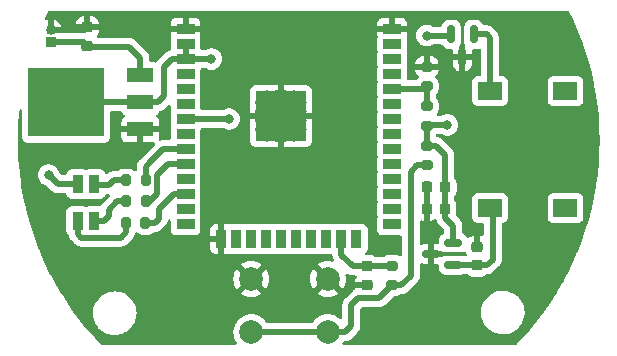
<source format=gbr>
%TF.GenerationSoftware,KiCad,Pcbnew,(6.0.10)*%
%TF.CreationDate,2023-02-02T13:59:13+08:00*%
%TF.ProjectId,AlarmTag,416c6172-6d54-4616-972e-6b696361645f,rev?*%
%TF.SameCoordinates,Original*%
%TF.FileFunction,Copper,L1,Top*%
%TF.FilePolarity,Positive*%
%FSLAX46Y46*%
G04 Gerber Fmt 4.6, Leading zero omitted, Abs format (unit mm)*
G04 Created by KiCad (PCBNEW (6.0.10)) date 2023-02-02 13:59:13*
%MOMM*%
%LPD*%
G01*
G04 APERTURE LIST*
G04 Aperture macros list*
%AMRoundRect*
0 Rectangle with rounded corners*
0 $1 Rounding radius*
0 $2 $3 $4 $5 $6 $7 $8 $9 X,Y pos of 4 corners*
0 Add a 4 corners polygon primitive as box body*
4,1,4,$2,$3,$4,$5,$6,$7,$8,$9,$2,$3,0*
0 Add four circle primitives for the rounded corners*
1,1,$1+$1,$2,$3*
1,1,$1+$1,$4,$5*
1,1,$1+$1,$6,$7*
1,1,$1+$1,$8,$9*
0 Add four rect primitives between the rounded corners*
20,1,$1+$1,$2,$3,$4,$5,0*
20,1,$1+$1,$4,$5,$6,$7,0*
20,1,$1+$1,$6,$7,$8,$9,0*
20,1,$1+$1,$8,$9,$2,$3,0*%
G04 Aperture macros list end*
%TA.AperFunction,SMDPad,CuDef*%
%ADD10RoundRect,0.225000X-0.225000X-0.250000X0.225000X-0.250000X0.225000X0.250000X-0.225000X0.250000X0*%
%TD*%
%TA.AperFunction,SMDPad,CuDef*%
%ADD11R,1.500000X0.900000*%
%TD*%
%TA.AperFunction,SMDPad,CuDef*%
%ADD12R,0.900000X1.500000*%
%TD*%
%TA.AperFunction,SMDPad,CuDef*%
%ADD13R,4.200000X4.200000*%
%TD*%
%TA.AperFunction,SMDPad,CuDef*%
%ADD14R,1.050000X1.050000*%
%TD*%
%TA.AperFunction,HeatsinkPad*%
%ADD15C,0.475000*%
%TD*%
%TA.AperFunction,SMDPad,CuDef*%
%ADD16RoundRect,0.200000X0.200000X0.275000X-0.200000X0.275000X-0.200000X-0.275000X0.200000X-0.275000X0*%
%TD*%
%TA.AperFunction,SMDPad,CuDef*%
%ADD17R,2.200000X1.200000*%
%TD*%
%TA.AperFunction,SMDPad,CuDef*%
%ADD18R,6.400000X5.800000*%
%TD*%
%TA.AperFunction,SMDPad,CuDef*%
%ADD19RoundRect,0.225000X0.250000X-0.225000X0.250000X0.225000X-0.250000X0.225000X-0.250000X-0.225000X0*%
%TD*%
%TA.AperFunction,SMDPad,CuDef*%
%ADD20RoundRect,0.150000X0.587500X0.150000X-0.587500X0.150000X-0.587500X-0.150000X0.587500X-0.150000X0*%
%TD*%
%TA.AperFunction,SMDPad,CuDef*%
%ADD21RoundRect,0.225000X0.225000X0.250000X-0.225000X0.250000X-0.225000X-0.250000X0.225000X-0.250000X0*%
%TD*%
%TA.AperFunction,SMDPad,CuDef*%
%ADD22RoundRect,0.150000X-0.150000X0.587500X-0.150000X-0.587500X0.150000X-0.587500X0.150000X0.587500X0*%
%TD*%
%TA.AperFunction,ComponentPad*%
%ADD23C,2.000000*%
%TD*%
%TA.AperFunction,ComponentPad*%
%ADD24R,0.850000X0.850000*%
%TD*%
%TA.AperFunction,ComponentPad*%
%ADD25O,0.850000X0.850000*%
%TD*%
%TA.AperFunction,SMDPad,CuDef*%
%ADD26R,2.000000X1.500000*%
%TD*%
%TA.AperFunction,SMDPad,CuDef*%
%ADD27RoundRect,0.200000X0.275000X-0.200000X0.275000X0.200000X-0.275000X0.200000X-0.275000X-0.200000X0*%
%TD*%
%TA.AperFunction,SMDPad,CuDef*%
%ADD28RoundRect,0.200000X-0.275000X0.200000X-0.275000X-0.200000X0.275000X-0.200000X0.275000X0.200000X0*%
%TD*%
%TA.AperFunction,SMDPad,CuDef*%
%ADD29RoundRect,0.225000X-0.250000X0.225000X-0.250000X-0.225000X0.250000X-0.225000X0.250000X0.225000X0*%
%TD*%
%TA.AperFunction,ViaPad*%
%ADD30C,0.800000*%
%TD*%
%TA.AperFunction,Conductor*%
%ADD31C,0.500000*%
%TD*%
%TA.AperFunction,Conductor*%
%ADD32C,0.250000*%
%TD*%
G04 APERTURE END LIST*
D10*
%TO.P,C2,1*%
%TO.N,GND*%
X132055716Y-123913388D03*
%TO.P,C2,2*%
%TO.N,Net-(C2-Pad2)*%
X133605716Y-123913388D03*
%TD*%
D11*
%TO.P,MCU1,1,GND*%
%TO.N,GND*%
X111640000Y-108680000D03*
%TO.P,MCU1,2,VDD*%
%TO.N,Net-(C2-Pad2)*%
X111640000Y-109950000D03*
%TO.P,MCU1,3,EN*%
X111640000Y-111220000D03*
%TO.P,MCU1,4,SENSOR_VP*%
%TO.N,unconnected-(MCU1-Pad4)*%
X111640000Y-112490000D03*
%TO.P,MCU1,5,SENSOR_VN*%
%TO.N,unconnected-(MCU1-Pad5)*%
X111640000Y-113760000D03*
%TO.P,MCU1,6,IO34*%
%TO.N,unconnected-(MCU1-Pad6)*%
X111640000Y-115030000D03*
%TO.P,MCU1,7,IO35*%
%TO.N,/Buzzer Enable*%
X111640000Y-116300000D03*
%TO.P,MCU1,8,IO32*%
%TO.N,unconnected-(MCU1-Pad8)*%
X111640000Y-117570000D03*
%TO.P,MCU1,9,IO33*%
%TO.N,Net-(MCU1-Pad9)*%
X111640000Y-118840000D03*
%TO.P,MCU1,10,IO25*%
%TO.N,Net-(MCU1-Pad10)*%
X111640000Y-120110000D03*
%TO.P,MCU1,11,IO26*%
%TO.N,unconnected-(MCU1-Pad11)*%
X111640000Y-121380000D03*
%TO.P,MCU1,12,IO27*%
%TO.N,Net-(MCU1-Pad12)*%
X111640000Y-122650000D03*
%TO.P,MCU1,13,IO14*%
%TO.N,unconnected-(MCU1-Pad13)*%
X111640000Y-123920000D03*
%TO.P,MCU1,14,IO12*%
%TO.N,unconnected-(MCU1-Pad14)*%
X111640000Y-125190000D03*
D12*
%TO.P,MCU1,15,GND*%
%TO.N,GND*%
X114680000Y-126440000D03*
%TO.P,MCU1,16,IO13*%
%TO.N,unconnected-(MCU1-Pad16)*%
X115950000Y-126440000D03*
%TO.P,MCU1,17,SHD/SD2*%
%TO.N,unconnected-(MCU1-Pad17)*%
X117220000Y-126440000D03*
%TO.P,MCU1,18,SWP/SD3*%
%TO.N,unconnected-(MCU1-Pad18)*%
X118490000Y-126440000D03*
%TO.P,MCU1,19,SCS/CMD*%
%TO.N,unconnected-(MCU1-Pad19)*%
X119760000Y-126440000D03*
%TO.P,MCU1,20,SCK/CLK*%
%TO.N,unconnected-(MCU1-Pad20)*%
X121030000Y-126440000D03*
%TO.P,MCU1,21,SDO/SD0*%
%TO.N,unconnected-(MCU1-Pad21)*%
X122300000Y-126440000D03*
%TO.P,MCU1,22,SDI/SD1*%
%TO.N,unconnected-(MCU1-Pad22)*%
X123570000Y-126440000D03*
%TO.P,MCU1,23,IO15*%
%TO.N,/Function Switch*%
X124840000Y-126440000D03*
%TO.P,MCU1,24,IO2*%
%TO.N,unconnected-(MCU1-Pad24)*%
X126110000Y-126440000D03*
D11*
%TO.P,MCU1,25,IO0*%
%TO.N,unconnected-(MCU1-Pad25)*%
X129140000Y-125190000D03*
%TO.P,MCU1,26,IO4*%
%TO.N,unconnected-(MCU1-Pad26)*%
X129140000Y-123920000D03*
%TO.P,MCU1,27,IO16*%
%TO.N,unconnected-(MCU1-Pad27)*%
X129140000Y-122650000D03*
%TO.P,MCU1,28,IO17*%
%TO.N,unconnected-(MCU1-Pad28)*%
X129140000Y-121380000D03*
%TO.P,MCU1,29,IO5*%
%TO.N,unconnected-(MCU1-Pad29)*%
X129140000Y-120110000D03*
%TO.P,MCU1,30,IO18*%
%TO.N,unconnected-(MCU1-Pad30)*%
X129140000Y-118840000D03*
%TO.P,MCU1,31,IO19*%
%TO.N,unconnected-(MCU1-Pad31)*%
X129140000Y-117570000D03*
%TO.P,MCU1,32,NC*%
%TO.N,unconnected-(MCU1-Pad32)*%
X129140000Y-116300000D03*
%TO.P,MCU1,33,IO21*%
%TO.N,unconnected-(MCU1-Pad33)*%
X129140000Y-115030000D03*
%TO.P,MCU1,34,RXD0/IO3*%
%TO.N,Net-(MCU1-Pad34)*%
X129140000Y-113760000D03*
%TO.P,MCU1,35,TXD0/IO1*%
%TO.N,unconnected-(MCU1-Pad35)*%
X129140000Y-112490000D03*
%TO.P,MCU1,36,IO22*%
%TO.N,unconnected-(MCU1-Pad36)*%
X129140000Y-111220000D03*
%TO.P,MCU1,37,IO23*%
%TO.N,unconnected-(MCU1-Pad37)*%
X129140000Y-109950000D03*
%TO.P,MCU1,38,GND*%
%TO.N,GND*%
X129140000Y-108680000D03*
D13*
%TO.P,MCU1,39,GND*%
X119710000Y-116020000D03*
D14*
X118185000Y-116020000D03*
X119710000Y-117545000D03*
D15*
X118185000Y-116782500D03*
X118947500Y-117545000D03*
X118947500Y-114495000D03*
D14*
X121235000Y-117545000D03*
D15*
X118947500Y-116020000D03*
D14*
X121235000Y-116020000D03*
D15*
X118185000Y-115257500D03*
X120472500Y-117545000D03*
X119710000Y-116782500D03*
X121235000Y-115257500D03*
D14*
X119710000Y-114495000D03*
D15*
X121235000Y-116782500D03*
X119710000Y-115257500D03*
D14*
X118185000Y-114495000D03*
D15*
X120472500Y-116020000D03*
D14*
X121235000Y-114495000D03*
X119710000Y-116020000D03*
X118185000Y-117545000D03*
D15*
X120472500Y-114495000D03*
%TD*%
D16*
%TO.P,R4,1*%
%TO.N,Net-(MCU1-Pad12)*%
X108247044Y-125111039D03*
%TO.P,R4,2*%
%TO.N,Net-(D1-Pad3)*%
X106597044Y-125111039D03*
%TD*%
D17*
%TO.P,LDO1,1,GND*%
%TO.N,GND*%
X107822258Y-117157956D03*
%TO.P,LDO1,2,Q*%
%TO.N,Net-(C2-Pad2)*%
X107822258Y-114877956D03*
D18*
X101522258Y-114877956D03*
D17*
%TO.P,LDO1,3,I*%
%TO.N,+3V3*%
X107822258Y-112597956D03*
%TD*%
D12*
%TO.P,D1,1,A*%
%TO.N,Net-(C2-Pad2)*%
X102513778Y-121815985D03*
%TO.P,D1,2,BK*%
%TO.N,Net-(D1-Pad2)*%
X103913778Y-121815985D03*
%TO.P,D1,3,GK*%
%TO.N,Net-(D1-Pad3)*%
X102513778Y-124915985D03*
%TO.P,D1,4,RK*%
%TO.N,Net-(D1-Pad4)*%
X103913778Y-124915985D03*
%TD*%
D19*
%TO.P,C5,1*%
%TO.N,GND*%
X127000000Y-130315000D03*
%TO.P,C5,2*%
%TO.N,/Function Switch*%
X127000000Y-128765000D03*
%TD*%
%TO.P,C4,1*%
%TO.N,Net-(Buzzer1-Pad1)*%
X136329747Y-128687069D03*
%TO.P,C4,2*%
%TO.N,GND*%
X136329747Y-127137069D03*
%TD*%
D20*
%TO.P,LDO2,1,VO*%
%TO.N,Net-(Buzzer1-Pad1)*%
X134316223Y-128665686D03*
%TO.P,LDO2,2,VI*%
%TO.N,Net-(C2-Pad2)*%
X134316223Y-126765686D03*
%TO.P,LDO2,3,GND*%
%TO.N,GND*%
X132441223Y-127715686D03*
%TD*%
D21*
%TO.P,C3,1*%
%TO.N,Net-(C2-Pad2)*%
X133631092Y-122055912D03*
%TO.P,C3,2*%
%TO.N,GND*%
X132081092Y-122055912D03*
%TD*%
D22*
%TO.P,Q1,1,D*%
%TO.N,Net-(Buzzer1-Pad2)*%
X136036862Y-109122820D03*
%TO.P,Q1,2,G*%
%TO.N,/Buzzer Enable*%
X134136862Y-109122820D03*
%TO.P,Q1,3,S*%
%TO.N,GND*%
X135086862Y-110997820D03*
%TD*%
D23*
%TO.P,SW1,1,1*%
%TO.N,Net-(R6-Pad1)*%
X123697167Y-134330000D03*
X117197167Y-134330000D03*
%TO.P,SW1,2,2*%
%TO.N,GND*%
X123697167Y-129830000D03*
X117197167Y-129830000D03*
%TD*%
D24*
%TO.P,J0,1,Pin_1*%
%TO.N,+3V3*%
X100240871Y-109763693D03*
D25*
%TO.P,J0,2,Pin_2*%
%TO.N,GND*%
X100240871Y-108763693D03*
%TD*%
D26*
%TO.P,Buzzer1,1,+*%
%TO.N,Net-(Buzzer1-Pad1)*%
X137406085Y-123831652D03*
%TO.P,Buzzer1,2,-*%
%TO.N,Net-(Buzzer1-Pad2)*%
X137406085Y-113931652D03*
%TO.P,Buzzer1,3,DUMMY_1*%
%TO.N,unconnected-(Buzzer1-Pad3)*%
X143806085Y-113931652D03*
%TO.P,Buzzer1,4,DUMMY_2*%
%TO.N,unconnected-(Buzzer1-Pad4)*%
X143806085Y-123831652D03*
%TD*%
D16*
%TO.P,R3,1*%
%TO.N,Net-(MCU1-Pad10)*%
X108260467Y-123272020D03*
%TO.P,R3,2*%
%TO.N,Net-(D1-Pad4)*%
X106610467Y-123272020D03*
%TD*%
%TO.P,R5,1*%
%TO.N,Net-(MCU1-Pad9)*%
X108253756Y-121486695D03*
%TO.P,R5,2*%
%TO.N,Net-(D1-Pad2)*%
X106603756Y-121486695D03*
%TD*%
D27*
%TO.P,R7,1*%
%TO.N,Net-(R6-Pad1)*%
X129127500Y-130365000D03*
%TO.P,R7,2*%
%TO.N,/Function Switch*%
X129127500Y-128715000D03*
%TD*%
D28*
%TO.P,R2,1*%
%TO.N,GND*%
X132080000Y-111875000D03*
%TO.P,R2,2*%
%TO.N,Net-(MCU1-Pad34)*%
X132080000Y-113525000D03*
%TD*%
D29*
%TO.P,C1,1*%
%TO.N,GND*%
X103330448Y-108538214D03*
%TO.P,C1,2*%
%TO.N,+3V3*%
X103330448Y-110088214D03*
%TD*%
D27*
%TO.P,R6,1*%
%TO.N,Net-(R6-Pad1)*%
X132100135Y-120201495D03*
%TO.P,R6,2*%
%TO.N,Net-(C2-Pad2)*%
X132100135Y-118551495D03*
%TD*%
%TO.P,R1,1*%
%TO.N,Net-(C2-Pad2)*%
X132080000Y-116865000D03*
%TO.P,R1,2*%
%TO.N,Net-(MCU1-Pad34)*%
X132080000Y-115215000D03*
%TD*%
D30*
%TO.N,Net-(C2-Pad2)*%
X113834958Y-111213341D03*
X133810745Y-116782553D03*
X100057303Y-121030245D03*
%TO.N,/Buzzer Enable*%
X132080000Y-109220000D03*
X115330644Y-116288370D03*
%TD*%
D31*
%TO.N,GND*%
X103104969Y-108763693D02*
X100240871Y-108763693D01*
D32*
X103330448Y-108538214D02*
X103472234Y-108680000D01*
X103330448Y-108538214D02*
X103104969Y-108763693D01*
%TO.N,+3V3*%
X103330448Y-110088214D02*
X103438586Y-110196352D01*
D31*
X103005927Y-109763693D02*
X100240871Y-109763693D01*
X107822258Y-112597956D02*
X107822258Y-111150606D01*
X107822258Y-111150606D02*
X106868004Y-110196352D01*
D32*
X103330448Y-110088214D02*
X103005927Y-109763693D01*
D31*
X103438586Y-110196352D02*
X106868004Y-110196352D01*
%TO.N,Net-(C2-Pad2)*%
X109838112Y-111877804D02*
X110495916Y-111220000D01*
D32*
X132162447Y-116782553D02*
X132080000Y-116865000D01*
D31*
X109838112Y-114354440D02*
X109838112Y-111877804D01*
D32*
X133605716Y-123913388D02*
X133614426Y-123922098D01*
D31*
X132102209Y-118549421D02*
X132844253Y-118549421D01*
X134316223Y-125337094D02*
X134316223Y-126765686D01*
X101522258Y-114877956D02*
X107822258Y-114877956D01*
D32*
X133631092Y-123888012D02*
X133605716Y-123913388D01*
D31*
X107822258Y-114877956D02*
X109314596Y-114877956D01*
X132080000Y-116865000D02*
X132080000Y-118531360D01*
X133810745Y-116782553D02*
X132162447Y-116782553D01*
X109314596Y-114877956D02*
X109838112Y-114354440D01*
X102513778Y-121815985D02*
X100843043Y-121815985D01*
X133614426Y-124635298D02*
X134316223Y-125337094D01*
X133631092Y-122055912D02*
X133631092Y-123888012D01*
X100843043Y-121815985D02*
X100057303Y-121030245D01*
X132844253Y-118549421D02*
X133631092Y-119336260D01*
D32*
X113828299Y-111220000D02*
X113834958Y-111213341D01*
X132080000Y-118531360D02*
X132100135Y-118551495D01*
D31*
X111640000Y-111220000D02*
X113828299Y-111220000D01*
X133631092Y-119336260D02*
X133631092Y-122055912D01*
X133614426Y-123922098D02*
X133614426Y-124635298D01*
D32*
X132100135Y-118551495D02*
X132102209Y-118549421D01*
D31*
X110495916Y-111220000D02*
X111640000Y-111220000D01*
X111640000Y-111220000D02*
X111640000Y-109950000D01*
%TO.N,Net-(Buzzer1-Pad1)*%
X136329747Y-128687069D02*
X134337606Y-128687069D01*
D32*
X134337606Y-128687069D02*
X134316223Y-128665686D01*
D31*
X137146756Y-128687069D02*
X137644749Y-128189076D01*
X136329747Y-128687069D02*
X137146756Y-128687069D01*
X137644749Y-128189076D02*
X137644749Y-124070316D01*
D32*
X137644749Y-124070316D02*
X137406085Y-123831652D01*
D31*
%TO.N,Net-(D1-Pad2)*%
X103988740Y-121890947D02*
X105139262Y-121890947D01*
X105543514Y-121486695D02*
X106603756Y-121486695D01*
X105139262Y-121890947D02*
X105543514Y-121486695D01*
D32*
X103913778Y-121815985D02*
X103988740Y-121890947D01*
D31*
%TO.N,Net-(D1-Pad3)*%
X102513778Y-126028569D02*
X102513778Y-124915985D01*
X106597044Y-125111039D02*
X106597044Y-125896195D01*
X106167374Y-126325865D02*
X102811074Y-126325865D01*
X102811074Y-126325865D02*
X102513778Y-126028569D01*
X106597044Y-125896195D02*
X106167374Y-126325865D01*
%TO.N,Net-(D1-Pad4)*%
X105173609Y-123970042D02*
X105173609Y-124500270D01*
X104757894Y-124915985D02*
X103913778Y-124915985D01*
X105173609Y-124500270D02*
X104757894Y-124915985D01*
X106610467Y-123272020D02*
X105871631Y-123272020D01*
X105871631Y-123272020D02*
X105173609Y-123970042D01*
%TO.N,Net-(Buzzer1-Pad2)*%
X137132712Y-109122820D02*
X136036862Y-109122820D01*
X137406085Y-109396193D02*
X137406085Y-113931652D01*
X137132712Y-109122820D02*
X137406085Y-109396193D01*
%TO.N,Net-(MCU1-Pad9)*%
X108253756Y-120342660D02*
X108253756Y-121486695D01*
X111640000Y-118840000D02*
X109760000Y-118840000D01*
X108666052Y-119930364D02*
X108253756Y-120342660D01*
D32*
X108669636Y-119930364D02*
X108666052Y-119930364D01*
D31*
X109760000Y-118840000D02*
X108669636Y-119930364D01*
%TO.N,Net-(MCU1-Pad10)*%
X110127666Y-120110000D02*
X109220000Y-121017666D01*
D32*
X108267179Y-123278732D02*
X108260467Y-123272020D01*
D31*
X111640000Y-120110000D02*
X110127666Y-120110000D01*
X109220000Y-121017666D02*
X109220000Y-122630653D01*
X108571921Y-123278732D02*
X108267179Y-123278732D01*
X109220000Y-122630653D02*
X108571921Y-123278732D01*
%TO.N,Net-(MCU1-Pad12)*%
X109032863Y-125111039D02*
X108247044Y-125111039D01*
X109381874Y-124762028D02*
X109032863Y-125111039D01*
X111640000Y-122650000D02*
X110658030Y-122650000D01*
X110658030Y-122650000D02*
X109381874Y-123926156D01*
X109381874Y-123926156D02*
X109381874Y-124762028D01*
D32*
%TO.N,/Function Switch*%
X129077500Y-128765000D02*
X129127500Y-128715000D01*
D31*
X124840000Y-127806403D02*
X125798597Y-128765000D01*
X124840000Y-126440000D02*
X124840000Y-127806403D01*
X127000000Y-128765000D02*
X129077500Y-128765000D01*
X125798597Y-128765000D02*
X127000000Y-128765000D01*
%TO.N,Net-(R6-Pad1)*%
X125684101Y-133801563D02*
X125155664Y-134330000D01*
X117197167Y-134330000D02*
X123697167Y-134330000D01*
X130711688Y-120754230D02*
X130711688Y-129558365D01*
X125155664Y-134330000D02*
X123697167Y-134330000D01*
X129127500Y-130365000D02*
X128056828Y-131435672D01*
X125684101Y-132029661D02*
X125684101Y-133801563D01*
X131270441Y-120195477D02*
X130711688Y-120754230D01*
X129905053Y-130365000D02*
X129127500Y-130365000D01*
X126278090Y-131435672D02*
X125684101Y-132029661D01*
D32*
X132100135Y-120201495D02*
X132094117Y-120195477D01*
D31*
X132094117Y-120195477D02*
X131270441Y-120195477D01*
X130711688Y-129558365D02*
X129905053Y-130365000D01*
X128056828Y-131435672D02*
X126278090Y-131435672D01*
%TO.N,/Buzzer Enable*%
X111640000Y-116300000D02*
X115319014Y-116300000D01*
D32*
X134039682Y-109220000D02*
X134136862Y-109122820D01*
D31*
X132080000Y-109220000D02*
X134039682Y-109220000D01*
D32*
X115319014Y-116300000D02*
X115330644Y-116288370D01*
%TO.N,Net-(MCU1-Pad34)*%
X131845000Y-113760000D02*
X132080000Y-113525000D01*
D31*
X129140000Y-113760000D02*
X131845000Y-113760000D01*
X132080000Y-113525000D02*
X132080000Y-115215000D01*
%TD*%
%TA.AperFunction,Conductor*%
%TO.N,GND*%
G36*
X144101332Y-107150002D02*
G01*
X144146579Y-107201012D01*
X144435911Y-107797528D01*
X144437960Y-107801972D01*
X144823353Y-108683056D01*
X144823677Y-108683796D01*
X144825568Y-108688363D01*
X145134391Y-109477399D01*
X145176348Y-109584597D01*
X145178061Y-109589239D01*
X145493399Y-110498598D01*
X145494927Y-110503303D01*
X145774307Y-111424294D01*
X145775650Y-111429056D01*
X146018655Y-112360299D01*
X146019811Y-112365110D01*
X146226079Y-113305231D01*
X146227044Y-113310083D01*
X146249575Y-113436253D01*
X146396245Y-114257570D01*
X146397009Y-114262394D01*
X146493375Y-114959100D01*
X146528883Y-115215815D01*
X146529464Y-115220729D01*
X146533197Y-115258629D01*
X146610156Y-116040000D01*
X146623800Y-116178534D01*
X146624188Y-116183461D01*
X146639337Y-116440350D01*
X146680846Y-117144225D01*
X146681041Y-117149169D01*
X146699938Y-118111454D01*
X146699938Y-118116402D01*
X146681041Y-119078686D01*
X146680846Y-119083630D01*
X146655158Y-119519231D01*
X146636211Y-119840521D01*
X146624188Y-120044389D01*
X146623800Y-120049316D01*
X146545425Y-120845079D01*
X146529464Y-121007130D01*
X146528885Y-121012026D01*
X146425367Y-121760446D01*
X146397014Y-121965431D01*
X146396240Y-121970317D01*
X146227045Y-122917772D01*
X146226080Y-122922625D01*
X146019812Y-123862746D01*
X146018656Y-123867557D01*
X145969569Y-124055669D01*
X145775652Y-124798798D01*
X145775651Y-124798800D01*
X145774308Y-124803562D01*
X145494928Y-125724554D01*
X145493400Y-125729259D01*
X145178063Y-126638617D01*
X145176351Y-126643256D01*
X144856024Y-127461686D01*
X144825572Y-127539489D01*
X144823681Y-127544055D01*
X144437962Y-128425884D01*
X144435913Y-128430328D01*
X144017693Y-129292574D01*
X144015880Y-129296312D01*
X144013640Y-129300708D01*
X143863623Y-129581371D01*
X143559944Y-130149513D01*
X143557527Y-130153830D01*
X143342350Y-130520958D01*
X143084892Y-130960224D01*
X143070836Y-130984205D01*
X143068253Y-130988418D01*
X142987572Y-131114454D01*
X142549380Y-131798978D01*
X142546632Y-131803092D01*
X141996295Y-132592716D01*
X141993386Y-132596719D01*
X141412508Y-133364082D01*
X141409445Y-133367968D01*
X140798867Y-134111960D01*
X140795654Y-134115722D01*
X140156346Y-134835158D01*
X140152988Y-134838791D01*
X139664589Y-135346756D01*
X139602956Y-135381998D01*
X139573761Y-135385427D01*
X125044600Y-135385427D01*
X124976479Y-135365425D01*
X124929986Y-135311769D01*
X124919882Y-135241495D01*
X124937168Y-135193592D01*
X124964700Y-135148664D01*
X125017348Y-135101033D01*
X125072132Y-135088500D01*
X125088594Y-135088500D01*
X125107544Y-135089933D01*
X125121779Y-135092099D01*
X125121783Y-135092099D01*
X125129013Y-135093199D01*
X125136305Y-135092606D01*
X125136308Y-135092606D01*
X125181682Y-135088915D01*
X125191897Y-135088500D01*
X125199957Y-135088500D01*
X125213247Y-135086951D01*
X125228171Y-135085211D01*
X125232546Y-135084778D01*
X125298003Y-135079454D01*
X125298006Y-135079453D01*
X125305301Y-135078860D01*
X125312265Y-135076604D01*
X125318224Y-135075413D01*
X125324079Y-135074029D01*
X125331345Y-135073182D01*
X125399991Y-135048265D01*
X125404119Y-135046848D01*
X125466600Y-135026607D01*
X125466602Y-135026606D01*
X125473563Y-135024351D01*
X125479818Y-135020555D01*
X125485292Y-135018049D01*
X125490722Y-135015330D01*
X125497601Y-135012833D01*
X125558640Y-134972814D01*
X125562344Y-134970477D01*
X125624771Y-134932595D01*
X125633148Y-134925197D01*
X125633172Y-134925224D01*
X125636164Y-134922571D01*
X125639397Y-134919868D01*
X125645516Y-134915856D01*
X125698792Y-134859617D01*
X125701170Y-134857175D01*
X126173012Y-134385333D01*
X126187424Y-134372947D01*
X126199019Y-134364414D01*
X126199024Y-134364409D01*
X126204919Y-134360071D01*
X126209658Y-134354493D01*
X126209661Y-134354490D01*
X126239136Y-134319795D01*
X126246066Y-134312279D01*
X126251762Y-134306583D01*
X126254025Y-134303722D01*
X126254030Y-134303717D01*
X126269394Y-134284297D01*
X126272183Y-134280896D01*
X126273844Y-134278941D01*
X126319434Y-134225278D01*
X126322760Y-134218765D01*
X126326121Y-134213726D01*
X126329297Y-134208584D01*
X126333835Y-134202847D01*
X126364756Y-134136688D01*
X126366662Y-134132788D01*
X126372776Y-134120815D01*
X126399870Y-134067755D01*
X126401609Y-134060646D01*
X126403705Y-134055012D01*
X126405624Y-134049242D01*
X126408723Y-134042613D01*
X126413320Y-134020516D01*
X126423591Y-133971134D01*
X126424562Y-133966845D01*
X126440574Y-133901407D01*
X126441909Y-133895953D01*
X126442601Y-133884799D01*
X126442636Y-133884801D01*
X126442876Y-133880829D01*
X126443253Y-133876608D01*
X126444742Y-133869448D01*
X126442647Y-133792021D01*
X126442601Y-133788613D01*
X126442601Y-132605888D01*
X136653523Y-132605888D01*
X136653698Y-132610339D01*
X136655803Y-132663922D01*
X136663019Y-132847567D01*
X136663769Y-132866664D01*
X136694362Y-133034178D01*
X136708035Y-133109040D01*
X136710656Y-133123394D01*
X136793249Y-133370957D01*
X136832427Y-133449365D01*
X136907347Y-133599302D01*
X136909900Y-133604412D01*
X136912429Y-133608071D01*
X137010451Y-133749897D01*
X137058281Y-133819102D01*
X137163931Y-133933393D01*
X137198819Y-133971134D01*
X137235433Y-134010743D01*
X137238887Y-134013555D01*
X137238888Y-134013556D01*
X137247437Y-134020516D01*
X137437819Y-134175512D01*
X137441637Y-134177811D01*
X137441639Y-134177812D01*
X137595942Y-134270710D01*
X137661402Y-134310120D01*
X137665497Y-134311854D01*
X137665499Y-134311855D01*
X137830563Y-134381750D01*
X137901722Y-134411882D01*
X137906015Y-134413020D01*
X137906020Y-134413022D01*
X138037443Y-134447867D01*
X138153982Y-134478767D01*
X138413149Y-134509442D01*
X138674054Y-134503293D01*
X138678452Y-134502561D01*
X138927099Y-134461175D01*
X138927103Y-134461174D01*
X138931489Y-134460444D01*
X138935730Y-134459103D01*
X138935733Y-134459102D01*
X139176072Y-134383093D01*
X139176074Y-134383092D01*
X139180318Y-134381750D01*
X139331463Y-134309171D01*
X139411558Y-134270710D01*
X139411559Y-134270709D01*
X139415577Y-134268780D01*
X139559374Y-134172698D01*
X139628863Y-134126267D01*
X139628867Y-134126264D01*
X139632571Y-134123789D01*
X139635888Y-134120818D01*
X139635892Y-134120815D01*
X139823655Y-133952640D01*
X139826971Y-133949670D01*
X139904168Y-133857833D01*
X139992031Y-133753308D01*
X139992033Y-133753306D01*
X139994898Y-133749897D01*
X140133002Y-133528456D01*
X140169986Y-133444801D01*
X140236728Y-133293831D01*
X140238526Y-133289764D01*
X140309366Y-133038586D01*
X140323540Y-132933061D01*
X140343680Y-132783114D01*
X140343681Y-132783106D01*
X140344107Y-132779932D01*
X140345425Y-132737990D01*
X140347652Y-132667144D01*
X140347652Y-132667139D01*
X140347753Y-132663922D01*
X140329321Y-132403597D01*
X140327693Y-132396032D01*
X140275329Y-132152813D01*
X140275329Y-132152811D01*
X140274393Y-132148466D01*
X140184064Y-131903620D01*
X140157958Y-131855236D01*
X140062251Y-131677860D01*
X140062251Y-131677859D01*
X140060138Y-131673944D01*
X139967589Y-131548643D01*
X139907735Y-131467607D01*
X139907733Y-131467604D01*
X139905086Y-131464021D01*
X139901967Y-131460852D01*
X139901963Y-131460848D01*
X139754637Y-131311190D01*
X139722003Y-131278039D01*
X139718463Y-131275337D01*
X139518082Y-131122411D01*
X139518078Y-131122408D01*
X139514541Y-131119709D01*
X139286839Y-130992190D01*
X139043442Y-130898027D01*
X139039117Y-130897024D01*
X139039112Y-130897023D01*
X138937210Y-130873404D01*
X138789206Y-130839098D01*
X138529202Y-130816579D01*
X138524767Y-130816823D01*
X138524763Y-130816823D01*
X138273063Y-130830675D01*
X138273056Y-130830676D01*
X138268620Y-130830920D01*
X138146928Y-130855126D01*
X138017030Y-130880964D01*
X138017025Y-130880965D01*
X138012658Y-130881834D01*
X138008455Y-130883310D01*
X137770630Y-130966827D01*
X137770622Y-130966830D01*
X137766423Y-130968305D01*
X137762470Y-130970358D01*
X137762464Y-130970361D01*
X137716259Y-130994363D01*
X137534829Y-131088609D01*
X137531214Y-131091192D01*
X137531208Y-131091196D01*
X137326117Y-131237756D01*
X137326113Y-131237759D01*
X137322496Y-131240344D01*
X137133661Y-131420484D01*
X137130905Y-131423979D01*
X137130904Y-131423981D01*
X136978053Y-131617872D01*
X136972092Y-131625433D01*
X136969860Y-131629275D01*
X136969857Y-131629280D01*
X136843250Y-131847249D01*
X136843247Y-131847255D01*
X136841012Y-131851103D01*
X136839338Y-131855236D01*
X136744711Y-132088859D01*
X136744708Y-132088867D01*
X136743038Y-132092991D01*
X136680123Y-132346271D01*
X136653523Y-132605888D01*
X126442601Y-132605888D01*
X126442601Y-132396032D01*
X126462603Y-132327911D01*
X126479506Y-132306937D01*
X126555366Y-132231077D01*
X126617678Y-132197051D01*
X126644461Y-132194172D01*
X127989758Y-132194172D01*
X128008708Y-132195605D01*
X128022943Y-132197771D01*
X128022947Y-132197771D01*
X128030177Y-132198871D01*
X128037469Y-132198278D01*
X128037472Y-132198278D01*
X128082846Y-132194587D01*
X128093061Y-132194172D01*
X128101121Y-132194172D01*
X128114411Y-132192623D01*
X128129335Y-132190883D01*
X128133710Y-132190450D01*
X128199167Y-132185126D01*
X128199170Y-132185125D01*
X128206465Y-132184532D01*
X128213429Y-132182276D01*
X128219388Y-132181085D01*
X128225243Y-132179701D01*
X128232509Y-132178854D01*
X128301155Y-132153937D01*
X128305283Y-132152520D01*
X128367764Y-132132279D01*
X128367766Y-132132278D01*
X128374727Y-132130023D01*
X128380982Y-132126227D01*
X128386456Y-132123721D01*
X128391886Y-132121002D01*
X128398765Y-132118505D01*
X128437680Y-132092991D01*
X128459804Y-132078486D01*
X128463508Y-132076149D01*
X128525935Y-132038267D01*
X128534312Y-132030869D01*
X128534336Y-132030896D01*
X128537328Y-132028243D01*
X128540561Y-132025540D01*
X128546680Y-132021528D01*
X128599956Y-131965289D01*
X128602334Y-131962847D01*
X129254777Y-131310404D01*
X129317089Y-131276378D01*
X129343872Y-131273499D01*
X129459134Y-131273499D01*
X129461992Y-131273236D01*
X129462001Y-131273236D01*
X129499581Y-131269783D01*
X129532562Y-131266753D01*
X129538941Y-131264754D01*
X129688950Y-131217744D01*
X129688952Y-131217743D01*
X129696199Y-131215472D01*
X129811578Y-131145597D01*
X129878382Y-131128196D01*
X129878402Y-131128199D01*
X129931071Y-131123915D01*
X129941286Y-131123500D01*
X129949346Y-131123500D01*
X129962636Y-131121951D01*
X129977560Y-131120211D01*
X129981935Y-131119778D01*
X130047392Y-131114454D01*
X130047395Y-131114453D01*
X130054690Y-131113860D01*
X130061654Y-131111604D01*
X130067613Y-131110413D01*
X130073468Y-131109029D01*
X130080734Y-131108182D01*
X130149380Y-131083265D01*
X130153508Y-131081848D01*
X130215989Y-131061607D01*
X130215991Y-131061606D01*
X130222952Y-131059351D01*
X130229207Y-131055555D01*
X130234681Y-131053049D01*
X130240111Y-131050330D01*
X130246990Y-131047833D01*
X130260232Y-131039151D01*
X130308029Y-131007814D01*
X130311733Y-131005477D01*
X130374160Y-130967595D01*
X130382537Y-130960197D01*
X130382561Y-130960224D01*
X130385553Y-130957571D01*
X130388786Y-130954868D01*
X130394905Y-130950856D01*
X130448181Y-130894617D01*
X130450559Y-130892175D01*
X131200599Y-130142135D01*
X131215011Y-130129749D01*
X131226606Y-130121216D01*
X131226611Y-130121211D01*
X131232506Y-130116873D01*
X131237245Y-130111295D01*
X131237248Y-130111292D01*
X131266723Y-130076597D01*
X131273653Y-130069081D01*
X131279348Y-130063386D01*
X131296969Y-130041114D01*
X131299760Y-130037710D01*
X131342279Y-129987662D01*
X131342280Y-129987660D01*
X131347021Y-129982080D01*
X131350349Y-129975564D01*
X131353716Y-129970515D01*
X131356883Y-129965386D01*
X131361422Y-129959649D01*
X131392343Y-129893490D01*
X131394249Y-129889590D01*
X131403588Y-129871301D01*
X131427457Y-129824557D01*
X131429196Y-129817449D01*
X131431295Y-129811806D01*
X131433212Y-129806043D01*
X131436310Y-129799415D01*
X131451175Y-129727948D01*
X131452145Y-129723664D01*
X131454782Y-129712887D01*
X131469496Y-129652755D01*
X131470188Y-129641601D01*
X131470224Y-129641603D01*
X131470463Y-129637610D01*
X131470837Y-129633418D01*
X131472328Y-129626250D01*
X131470234Y-129548844D01*
X131470188Y-129545437D01*
X131470188Y-128607282D01*
X131490190Y-128539161D01*
X131543846Y-128492668D01*
X131614120Y-128482564D01*
X131631342Y-128486285D01*
X131743788Y-128518955D01*
X131756390Y-128521256D01*
X131784807Y-128523493D01*
X131789737Y-128523686D01*
X132169108Y-128523686D01*
X132184347Y-128519211D01*
X132185552Y-128517821D01*
X132187223Y-128510138D01*
X132187223Y-126925802D01*
X132182748Y-126910563D01*
X132181358Y-126909358D01*
X132173675Y-126907687D01*
X131789740Y-126907687D01*
X131784803Y-126907881D01*
X131756387Y-126910116D01*
X131743792Y-126912416D01*
X131631342Y-126945087D01*
X131560346Y-126944885D01*
X131500729Y-126906331D01*
X131471420Y-126841666D01*
X131470188Y-126824090D01*
X131470188Y-124990644D01*
X131490190Y-124922523D01*
X131543846Y-124876030D01*
X131614120Y-124865926D01*
X131635856Y-124871051D01*
X131674530Y-124883879D01*
X131687906Y-124886746D01*
X131778813Y-124896060D01*
X131783842Y-124896317D01*
X131798840Y-124891913D01*
X131800045Y-124890523D01*
X131801716Y-124882840D01*
X131801716Y-122958875D01*
X131821718Y-122890754D01*
X131825027Y-122886334D01*
X131827092Y-122876840D01*
X131827092Y-121927912D01*
X131847094Y-121859791D01*
X131900750Y-121813298D01*
X131953092Y-121801912D01*
X132209092Y-121801912D01*
X132277213Y-121821914D01*
X132323706Y-121875570D01*
X132335092Y-121927912D01*
X132335092Y-123010425D01*
X132315090Y-123078546D01*
X132311781Y-123082966D01*
X132309716Y-123092460D01*
X132309716Y-124878273D01*
X132314191Y-124893512D01*
X132315581Y-124894717D01*
X132323264Y-124896388D01*
X132326154Y-124896388D01*
X132332669Y-124896051D01*
X132424773Y-124886494D01*
X132438172Y-124883600D01*
X132586823Y-124834007D01*
X132600002Y-124827833D01*
X132694647Y-124769265D01*
X132763099Y-124750427D01*
X132830869Y-124771588D01*
X132876440Y-124826029D01*
X132879385Y-124833406D01*
X132896161Y-124879625D01*
X132897578Y-124883753D01*
X132913084Y-124931616D01*
X132920075Y-124953197D01*
X132923871Y-124959452D01*
X132926377Y-124964926D01*
X132929096Y-124970356D01*
X132931593Y-124977235D01*
X132964143Y-125026881D01*
X132971607Y-125038266D01*
X132973954Y-125041986D01*
X133008917Y-125099605D01*
X133008921Y-125099610D01*
X133011831Y-125104406D01*
X133015547Y-125108613D01*
X133015549Y-125108616D01*
X133019229Y-125112782D01*
X133019203Y-125112805D01*
X133021851Y-125115793D01*
X133024557Y-125119029D01*
X133028570Y-125125150D01*
X133033885Y-125130185D01*
X133033886Y-125130186D01*
X133084793Y-125178410D01*
X133087236Y-125180788D01*
X133520818Y-125614370D01*
X133554844Y-125676682D01*
X133557723Y-125703465D01*
X133557723Y-125885034D01*
X133537721Y-125953155D01*
X133484065Y-125999648D01*
X133480002Y-126001157D01*
X133480012Y-126001180D01*
X133472735Y-126004329D01*
X133465122Y-126006541D01*
X133458295Y-126010578D01*
X133458296Y-126010578D01*
X133328743Y-126087195D01*
X133328740Y-126087197D01*
X133321916Y-126091233D01*
X133204270Y-126208879D01*
X133200234Y-126215703D01*
X133200232Y-126215706D01*
X133181356Y-126247624D01*
X133119578Y-126352085D01*
X133117367Y-126359696D01*
X133117366Y-126359698D01*
X133105304Y-126401216D01*
X133073161Y-126511855D01*
X133070223Y-126549184D01*
X133070223Y-126781686D01*
X133050221Y-126849807D01*
X132996565Y-126896300D01*
X132944223Y-126907686D01*
X132713338Y-126907686D01*
X132698099Y-126912161D01*
X132696894Y-126913551D01*
X132695223Y-126921234D01*
X132695223Y-127443571D01*
X132699698Y-127458810D01*
X132701088Y-127460015D01*
X132708771Y-127461686D01*
X133323881Y-127461686D01*
X133388020Y-127479233D01*
X133465122Y-127524831D01*
X133472733Y-127527042D01*
X133472735Y-127527043D01*
X133515569Y-127539487D01*
X133624892Y-127571248D01*
X133631297Y-127571752D01*
X133631302Y-127571753D01*
X133659765Y-127573993D01*
X133659773Y-127573993D01*
X133662221Y-127574186D01*
X134970225Y-127574186D01*
X134972673Y-127573993D01*
X134972681Y-127573993D01*
X135001144Y-127571753D01*
X135001149Y-127571752D01*
X135007554Y-127571248D01*
X135116877Y-127539487D01*
X135159711Y-127527043D01*
X135159713Y-127527042D01*
X135167324Y-127524831D01*
X135195053Y-127508432D01*
X135263866Y-127490974D01*
X135331198Y-127513491D01*
X135375667Y-127568836D01*
X135378713Y-127577011D01*
X135409128Y-127668176D01*
X135415302Y-127681354D01*
X135449282Y-127736266D01*
X135468120Y-127804718D01*
X135446959Y-127872487D01*
X135392518Y-127918059D01*
X135342138Y-127928569D01*
X135239041Y-127928569D01*
X135181778Y-127912904D01*
X135181423Y-127913725D01*
X135175655Y-127911229D01*
X135174903Y-127911023D01*
X135167324Y-127906541D01*
X135159713Y-127904330D01*
X135159711Y-127904329D01*
X135107492Y-127889158D01*
X135007554Y-127860124D01*
X135001149Y-127859620D01*
X135001144Y-127859619D01*
X134972681Y-127857379D01*
X134972673Y-127857379D01*
X134970225Y-127857186D01*
X133662221Y-127857186D01*
X133659773Y-127857379D01*
X133659765Y-127857379D01*
X133631302Y-127859619D01*
X133631297Y-127859620D01*
X133624892Y-127860124D01*
X133524954Y-127889158D01*
X133472735Y-127904329D01*
X133472733Y-127904330D01*
X133465122Y-127906541D01*
X133452975Y-127913725D01*
X133388020Y-127952139D01*
X133323881Y-127969686D01*
X132713338Y-127969686D01*
X132698099Y-127974161D01*
X132696894Y-127975551D01*
X132695223Y-127983234D01*
X132695223Y-128505570D01*
X132699698Y-128520809D01*
X132701088Y-128522014D01*
X132708771Y-128523685D01*
X132944223Y-128523685D01*
X133012344Y-128543687D01*
X133058837Y-128597343D01*
X133070223Y-128649685D01*
X133070223Y-128882188D01*
X133073161Y-128919517D01*
X133119578Y-129079287D01*
X133123615Y-129086113D01*
X133200232Y-129215666D01*
X133200234Y-129215669D01*
X133204270Y-129222493D01*
X133321916Y-129340139D01*
X133328740Y-129344175D01*
X133328743Y-129344177D01*
X133367966Y-129367373D01*
X133465122Y-129424831D01*
X133472733Y-129427042D01*
X133472735Y-129427043D01*
X133523692Y-129441847D01*
X133624892Y-129471248D01*
X133631297Y-129471752D01*
X133631302Y-129471753D01*
X133659765Y-129473993D01*
X133659773Y-129473993D01*
X133662221Y-129474186D01*
X134970225Y-129474186D01*
X134972673Y-129473993D01*
X134972681Y-129473993D01*
X135001141Y-129471753D01*
X135001144Y-129471753D01*
X135007554Y-129471248D01*
X135078724Y-129450572D01*
X135113874Y-129445569D01*
X135523786Y-129445569D01*
X135591907Y-129465571D01*
X135612804Y-129482396D01*
X135622045Y-129491621D01*
X135628275Y-129495461D01*
X135628276Y-129495462D01*
X135714878Y-129548844D01*
X135767646Y-129581371D01*
X135929990Y-129635218D01*
X135936827Y-129635918D01*
X135936829Y-129635919D01*
X135978148Y-129640152D01*
X136031015Y-129645569D01*
X136628479Y-129645569D01*
X136631725Y-129645232D01*
X136631729Y-129645232D01*
X136666722Y-129641601D01*
X136730766Y-129634956D01*
X136825467Y-129603361D01*
X136886071Y-129583142D01*
X136886073Y-129583141D01*
X136893015Y-129580825D01*
X136950202Y-129545437D01*
X137032232Y-129494675D01*
X137038460Y-129490821D01*
X137043633Y-129485639D01*
X137049370Y-129481092D01*
X137050420Y-129482416D01*
X137104838Y-129452641D01*
X137121510Y-129450154D01*
X137165569Y-129446570D01*
X137172775Y-129445984D01*
X137182989Y-129445569D01*
X137191049Y-129445569D01*
X137204339Y-129444020D01*
X137219263Y-129442280D01*
X137223638Y-129441847D01*
X137289095Y-129436523D01*
X137289098Y-129436522D01*
X137296393Y-129435929D01*
X137303357Y-129433673D01*
X137309316Y-129432482D01*
X137315171Y-129431098D01*
X137322437Y-129430251D01*
X137391083Y-129405334D01*
X137395211Y-129403917D01*
X137457692Y-129383676D01*
X137457694Y-129383675D01*
X137464655Y-129381420D01*
X137470910Y-129377624D01*
X137476384Y-129375118D01*
X137481814Y-129372399D01*
X137488693Y-129369902D01*
X137549732Y-129329883D01*
X137553436Y-129327546D01*
X137615863Y-129289664D01*
X137624240Y-129282266D01*
X137624264Y-129282293D01*
X137627256Y-129279640D01*
X137630489Y-129276937D01*
X137636608Y-129272925D01*
X137689884Y-129216686D01*
X137692262Y-129214244D01*
X138133660Y-128772846D01*
X138148072Y-128760460D01*
X138159667Y-128751927D01*
X138159672Y-128751922D01*
X138165567Y-128747584D01*
X138170306Y-128742006D01*
X138170309Y-128742003D01*
X138199784Y-128707308D01*
X138206714Y-128699792D01*
X138212409Y-128694097D01*
X138230030Y-128671825D01*
X138232821Y-128668421D01*
X138275340Y-128618373D01*
X138275341Y-128618371D01*
X138280082Y-128612791D01*
X138283410Y-128606275D01*
X138286769Y-128601238D01*
X138289943Y-128596099D01*
X138294483Y-128590360D01*
X138325385Y-128524239D01*
X138327318Y-128520285D01*
X138341420Y-128492668D01*
X138360518Y-128455268D01*
X138362259Y-128448152D01*
X138364353Y-128442522D01*
X138366272Y-128436755D01*
X138369370Y-128430126D01*
X138373171Y-128411855D01*
X138384231Y-128358680D01*
X138385202Y-128354391D01*
X138397267Y-128305085D01*
X138402557Y-128283466D01*
X138403249Y-128272312D01*
X138403285Y-128272314D01*
X138403524Y-128268324D01*
X138403899Y-128264126D01*
X138405389Y-128256961D01*
X138403295Y-128179555D01*
X138403249Y-128176148D01*
X138403249Y-125208743D01*
X138423251Y-125140622D01*
X138476907Y-125094129D01*
X138501189Y-125087446D01*
X138500863Y-125086077D01*
X138508545Y-125084250D01*
X138516401Y-125083397D01*
X138652790Y-125032267D01*
X138769346Y-124944913D01*
X138856700Y-124828357D01*
X138907830Y-124691968D01*
X138914585Y-124629786D01*
X142297585Y-124629786D01*
X142304340Y-124691968D01*
X142355470Y-124828357D01*
X142442824Y-124944913D01*
X142559380Y-125032267D01*
X142695769Y-125083397D01*
X142757951Y-125090152D01*
X144854219Y-125090152D01*
X144916401Y-125083397D01*
X145052790Y-125032267D01*
X145169346Y-124944913D01*
X145256700Y-124828357D01*
X145307830Y-124691968D01*
X145314585Y-124629786D01*
X145314585Y-123033518D01*
X145307830Y-122971336D01*
X145256700Y-122834947D01*
X145169346Y-122718391D01*
X145052790Y-122631037D01*
X144916401Y-122579907D01*
X144854219Y-122573152D01*
X142757951Y-122573152D01*
X142695769Y-122579907D01*
X142559380Y-122631037D01*
X142442824Y-122718391D01*
X142355470Y-122834947D01*
X142304340Y-122971336D01*
X142297585Y-123033518D01*
X142297585Y-124629786D01*
X138914585Y-124629786D01*
X138914585Y-123033518D01*
X138907830Y-122971336D01*
X138856700Y-122834947D01*
X138769346Y-122718391D01*
X138652790Y-122631037D01*
X138516401Y-122579907D01*
X138454219Y-122573152D01*
X136357951Y-122573152D01*
X136295769Y-122579907D01*
X136159380Y-122631037D01*
X136042824Y-122718391D01*
X135955470Y-122834947D01*
X135904340Y-122971336D01*
X135897585Y-123033518D01*
X135897585Y-124629786D01*
X135904340Y-124691968D01*
X135955470Y-124828357D01*
X136042824Y-124944913D01*
X136159380Y-125032267D01*
X136295769Y-125083397D01*
X136357951Y-125090152D01*
X136760249Y-125090152D01*
X136828370Y-125110154D01*
X136874863Y-125163810D01*
X136886249Y-125216152D01*
X136886249Y-126067928D01*
X136866247Y-126136049D01*
X136812591Y-126182542D01*
X136742317Y-126192646D01*
X136733837Y-126191129D01*
X136722557Y-126188711D01*
X136631650Y-126179397D01*
X136625233Y-126179069D01*
X136601862Y-126179069D01*
X136586623Y-126183544D01*
X136585418Y-126184934D01*
X136583747Y-126192617D01*
X136583747Y-127265069D01*
X136563745Y-127333190D01*
X136510089Y-127379683D01*
X136457747Y-127391069D01*
X136201747Y-127391069D01*
X136133626Y-127371067D01*
X136087133Y-127317411D01*
X136075747Y-127265069D01*
X136075747Y-126197184D01*
X136071272Y-126181945D01*
X136069882Y-126180740D01*
X136062199Y-126179069D01*
X136034309Y-126179069D01*
X136027794Y-126179406D01*
X135935690Y-126188963D01*
X135922291Y-126191857D01*
X135773640Y-126241450D01*
X135760462Y-126247624D01*
X135643293Y-126320130D01*
X135574841Y-126338968D01*
X135507072Y-126317807D01*
X135468537Y-126277126D01*
X135466016Y-126272863D01*
X135428176Y-126208879D01*
X135310530Y-126091233D01*
X135303706Y-126087197D01*
X135303703Y-126087195D01*
X135174150Y-126010578D01*
X135174151Y-126010578D01*
X135167324Y-126006541D01*
X135159711Y-126004329D01*
X135152434Y-126001180D01*
X135153632Y-125998412D01*
X135105716Y-125967797D01*
X135076053Y-125903295D01*
X135074723Y-125885034D01*
X135074723Y-125404163D01*
X135076156Y-125385213D01*
X135078322Y-125370978D01*
X135078322Y-125370974D01*
X135079422Y-125363744D01*
X135077963Y-125345798D01*
X135075138Y-125311075D01*
X135074723Y-125300860D01*
X135074723Y-125292801D01*
X135071434Y-125264588D01*
X135071001Y-125260213D01*
X135065677Y-125194755D01*
X135065676Y-125194752D01*
X135065083Y-125187457D01*
X135062827Y-125180493D01*
X135061636Y-125174534D01*
X135060252Y-125168680D01*
X135059405Y-125161413D01*
X135034496Y-125092790D01*
X135033073Y-125088645D01*
X135029397Y-125077296D01*
X135010574Y-125019194D01*
X135006777Y-125012938D01*
X135004280Y-125007483D01*
X135001554Y-125002039D01*
X134999056Y-124995157D01*
X134959044Y-124934127D01*
X134956699Y-124930410D01*
X134935854Y-124896060D01*
X134918818Y-124867986D01*
X134911420Y-124859610D01*
X134911446Y-124859587D01*
X134908798Y-124856599D01*
X134906092Y-124853363D01*
X134902079Y-124847242D01*
X134894648Y-124840202D01*
X134845875Y-124794000D01*
X134843431Y-124791622D01*
X134561785Y-124509975D01*
X134527760Y-124447663D01*
X134531288Y-124381213D01*
X134551700Y-124319673D01*
X134551700Y-124319671D01*
X134553865Y-124313145D01*
X134556516Y-124287277D01*
X134563888Y-124215318D01*
X134564216Y-124212120D01*
X134564216Y-123614656D01*
X134553603Y-123512369D01*
X134522275Y-123418469D01*
X134501789Y-123357064D01*
X134501788Y-123357062D01*
X134499472Y-123350120D01*
X134409468Y-123204675D01*
X134411913Y-123203162D01*
X134390209Y-123149536D01*
X134389592Y-123137085D01*
X134389592Y-122861873D01*
X134409594Y-122793752D01*
X134426419Y-122772855D01*
X134430473Y-122768794D01*
X134435644Y-122763614D01*
X134483385Y-122686164D01*
X134521554Y-122624243D01*
X134521555Y-122624241D01*
X134525394Y-122618013D01*
X134579241Y-122455669D01*
X134589592Y-122354644D01*
X134589592Y-121757180D01*
X134578979Y-121654893D01*
X134551356Y-121572097D01*
X134527165Y-121499588D01*
X134527164Y-121499586D01*
X134524848Y-121492644D01*
X134434844Y-121347199D01*
X134426572Y-121338941D01*
X134425134Y-121336313D01*
X134425115Y-121336289D01*
X134425119Y-121336286D01*
X134392494Y-121276658D01*
X134389592Y-121249770D01*
X134389592Y-119403323D01*
X134391025Y-119384374D01*
X134391056Y-119384167D01*
X134394290Y-119362911D01*
X134392034Y-119335166D01*
X134390007Y-119310251D01*
X134389592Y-119300037D01*
X134389592Y-119291967D01*
X134389170Y-119288347D01*
X134389169Y-119288329D01*
X134386300Y-119263721D01*
X134385867Y-119259346D01*
X134380546Y-119193921D01*
X134380545Y-119193918D01*
X134379952Y-119186623D01*
X134377696Y-119179659D01*
X134376505Y-119173700D01*
X134375121Y-119167845D01*
X134374274Y-119160579D01*
X134349357Y-119091933D01*
X134347940Y-119087805D01*
X134327699Y-119025324D01*
X134327698Y-119025322D01*
X134325443Y-119018361D01*
X134321647Y-119012106D01*
X134319141Y-119006632D01*
X134316422Y-119001202D01*
X134313925Y-118994323D01*
X134273901Y-118933276D01*
X134271564Y-118929572D01*
X134236601Y-118871953D01*
X134236597Y-118871948D01*
X134233687Y-118867152D01*
X134226289Y-118858776D01*
X134226315Y-118858753D01*
X134223666Y-118855763D01*
X134220958Y-118852524D01*
X134216948Y-118846408D01*
X134211641Y-118841381D01*
X134211638Y-118841377D01*
X134160709Y-118793132D01*
X134158267Y-118790754D01*
X133428023Y-118060510D01*
X133415637Y-118046098D01*
X133407104Y-118034503D01*
X133407099Y-118034498D01*
X133402761Y-118028603D01*
X133397183Y-118023864D01*
X133397180Y-118023861D01*
X133362485Y-117994386D01*
X133354969Y-117987456D01*
X133349274Y-117981761D01*
X133342657Y-117976526D01*
X133327002Y-117964140D01*
X133323598Y-117961349D01*
X133273550Y-117918830D01*
X133273548Y-117918829D01*
X133267968Y-117914088D01*
X133261452Y-117910760D01*
X133256403Y-117907393D01*
X133251274Y-117904226D01*
X133245537Y-117899687D01*
X133179378Y-117868766D01*
X133175478Y-117866860D01*
X133162645Y-117860307D01*
X133110445Y-117833652D01*
X133103337Y-117831913D01*
X133097694Y-117829814D01*
X133091931Y-117827897D01*
X133085303Y-117824799D01*
X133013836Y-117809934D01*
X133009552Y-117808964D01*
X132983659Y-117802628D01*
X132938643Y-117791613D01*
X132939010Y-117790114D01*
X132881220Y-117763156D01*
X132843321Y-117703122D01*
X132838500Y-117668602D01*
X132838500Y-117667053D01*
X132858502Y-117598932D01*
X132912158Y-117552439D01*
X132964500Y-117541053D01*
X133268158Y-117541053D01*
X133342217Y-117565116D01*
X133348647Y-117569788D01*
X133348654Y-117569792D01*
X133353993Y-117573671D01*
X133360021Y-117576355D01*
X133360023Y-117576356D01*
X133522426Y-117648662D01*
X133528457Y-117651347D01*
X133602348Y-117667053D01*
X133708801Y-117689681D01*
X133708806Y-117689681D01*
X133715258Y-117691053D01*
X133906232Y-117691053D01*
X133912684Y-117689681D01*
X133912689Y-117689681D01*
X134019142Y-117667053D01*
X134093033Y-117651347D01*
X134099064Y-117648662D01*
X134261467Y-117576356D01*
X134261469Y-117576355D01*
X134267497Y-117573671D01*
X134272842Y-117569788D01*
X134361490Y-117505381D01*
X134421998Y-117461419D01*
X134426420Y-117456508D01*
X134545366Y-117324405D01*
X134545367Y-117324404D01*
X134549785Y-117319497D01*
X134621628Y-117195062D01*
X134641968Y-117159832D01*
X134641969Y-117159831D01*
X134645272Y-117154109D01*
X134704287Y-116972481D01*
X134705355Y-116962325D01*
X134723559Y-116789118D01*
X134724249Y-116782553D01*
X134706246Y-116611263D01*
X134704977Y-116599188D01*
X134704977Y-116599186D01*
X134704287Y-116592625D01*
X134645272Y-116410997D01*
X134622354Y-116371301D01*
X134574473Y-116288370D01*
X134549785Y-116245609D01*
X134489392Y-116178535D01*
X134426420Y-116108598D01*
X134426419Y-116108597D01*
X134421998Y-116103687D01*
X134297477Y-116013217D01*
X134272839Y-115995316D01*
X134272838Y-115995315D01*
X134267497Y-115991435D01*
X134261469Y-115988751D01*
X134261467Y-115988750D01*
X134099064Y-115916444D01*
X134099063Y-115916444D01*
X134093033Y-115913759D01*
X133999632Y-115893906D01*
X133912689Y-115875425D01*
X133912684Y-115875425D01*
X133906232Y-115874053D01*
X133715258Y-115874053D01*
X133708806Y-115875425D01*
X133708801Y-115875425D01*
X133621858Y-115893906D01*
X133528457Y-115913759D01*
X133522427Y-115916444D01*
X133522426Y-115916444D01*
X133360023Y-115988750D01*
X133360021Y-115988751D01*
X133353993Y-115991435D01*
X133348654Y-115995314D01*
X133348647Y-115995318D01*
X133342217Y-115999990D01*
X133268158Y-116024053D01*
X133038101Y-116024053D01*
X132969980Y-116004051D01*
X132923487Y-115950395D01*
X132913383Y-115880121D01*
X132930325Y-115832782D01*
X132949049Y-115801866D01*
X133005472Y-115708699D01*
X133009974Y-115694335D01*
X133030691Y-115628226D01*
X133056753Y-115545062D01*
X133063500Y-115471635D01*
X133063499Y-114958366D01*
X133063234Y-114955474D01*
X133059326Y-114912948D01*
X133056753Y-114884938D01*
X133025156Y-114784112D01*
X133007744Y-114728550D01*
X133007743Y-114728548D01*
X133005472Y-114721301D01*
X132916639Y-114574619D01*
X132875405Y-114533385D01*
X132841379Y-114471073D01*
X132838500Y-114444290D01*
X132838500Y-114295710D01*
X132858502Y-114227589D01*
X132875405Y-114206615D01*
X132916639Y-114165381D01*
X133005472Y-114018699D01*
X133056753Y-113855062D01*
X133063500Y-113781635D01*
X133063499Y-113268366D01*
X133061453Y-113246090D01*
X133057364Y-113201592D01*
X133056753Y-113194938D01*
X133048697Y-113169231D01*
X133007744Y-113038550D01*
X133007743Y-113038548D01*
X133005472Y-113031301D01*
X132916639Y-112884619D01*
X132820761Y-112788741D01*
X132786735Y-112726429D01*
X132791800Y-112655614D01*
X132820761Y-112610551D01*
X132910869Y-112520443D01*
X132920176Y-112508574D01*
X133001079Y-112374988D01*
X133007285Y-112361243D01*
X133054256Y-112211356D01*
X133056869Y-112198306D01*
X133061913Y-112143414D01*
X133058525Y-112131876D01*
X133057135Y-112130671D01*
X133049452Y-112129000D01*
X131115116Y-112129000D01*
X131099877Y-112133475D01*
X131098672Y-112134865D01*
X131097709Y-112139294D01*
X131103132Y-112198315D01*
X131105743Y-112211351D01*
X131152715Y-112361243D01*
X131158921Y-112374988D01*
X131239824Y-112508574D01*
X131249131Y-112520443D01*
X131339239Y-112610551D01*
X131373265Y-112672863D01*
X131368200Y-112743678D01*
X131339239Y-112788741D01*
X131243361Y-112884619D01*
X131212882Y-112934947D01*
X131209354Y-112940772D01*
X131156956Y-112988678D01*
X131101578Y-113001500D01*
X130524500Y-113001500D01*
X130456379Y-112981498D01*
X130409886Y-112927842D01*
X130398500Y-112875500D01*
X130398500Y-111991866D01*
X130391745Y-111929684D01*
X130380328Y-111899229D01*
X130375145Y-111828423D01*
X130380326Y-111810776D01*
X130391745Y-111780316D01*
X130398500Y-111718134D01*
X130398500Y-111649304D01*
X134278863Y-111649304D01*
X134279057Y-111654240D01*
X134281292Y-111682656D01*
X134283592Y-111695251D01*
X134325969Y-111841110D01*
X134332214Y-111855541D01*
X134408773Y-111984998D01*
X134418413Y-111997424D01*
X134524758Y-112103769D01*
X134537184Y-112113409D01*
X134666641Y-112189968D01*
X134681072Y-112196213D01*
X134815467Y-112235259D01*
X134829568Y-112235219D01*
X134832862Y-112227950D01*
X134832862Y-112222198D01*
X135340862Y-112222198D01*
X135344835Y-112235729D01*
X135352733Y-112236864D01*
X135492652Y-112196213D01*
X135507083Y-112189968D01*
X135636540Y-112113409D01*
X135648966Y-112103769D01*
X135755311Y-111997424D01*
X135764951Y-111984998D01*
X135841510Y-111855541D01*
X135847755Y-111841110D01*
X135890131Y-111695255D01*
X135892432Y-111682653D01*
X135894669Y-111654236D01*
X135894862Y-111649306D01*
X135894862Y-111269935D01*
X135890387Y-111254696D01*
X135888997Y-111253491D01*
X135881314Y-111251820D01*
X135358977Y-111251820D01*
X135343738Y-111256295D01*
X135342533Y-111257685D01*
X135340862Y-111265368D01*
X135340862Y-112222198D01*
X134832862Y-112222198D01*
X134832862Y-111269935D01*
X134828387Y-111254696D01*
X134826997Y-111253491D01*
X134819314Y-111251820D01*
X134296978Y-111251820D01*
X134281739Y-111256295D01*
X134280534Y-111257685D01*
X134278863Y-111265368D01*
X134278863Y-111649304D01*
X130398500Y-111649304D01*
X130398500Y-111606586D01*
X131098087Y-111606586D01*
X131101475Y-111618124D01*
X131102865Y-111619329D01*
X131110548Y-111621000D01*
X131807885Y-111621000D01*
X131823124Y-111616525D01*
X131824329Y-111615135D01*
X131826000Y-111607452D01*
X131826000Y-111602885D01*
X132334000Y-111602885D01*
X132338475Y-111618124D01*
X132339865Y-111619329D01*
X132347548Y-111621000D01*
X133044884Y-111621000D01*
X133060123Y-111616525D01*
X133061328Y-111615135D01*
X133062291Y-111610706D01*
X133056868Y-111551685D01*
X133054257Y-111538649D01*
X133007285Y-111388757D01*
X133001079Y-111375012D01*
X132920176Y-111241426D01*
X132910869Y-111229557D01*
X132800443Y-111119131D01*
X132788574Y-111109824D01*
X132654988Y-111028921D01*
X132641243Y-111022715D01*
X132491356Y-110975744D01*
X132478306Y-110973131D01*
X132414479Y-110967266D01*
X132408691Y-110967000D01*
X132352115Y-110967000D01*
X132336876Y-110971475D01*
X132335671Y-110972865D01*
X132334000Y-110980548D01*
X132334000Y-111602885D01*
X131826000Y-111602885D01*
X131826000Y-110985116D01*
X131821525Y-110969877D01*
X131820135Y-110968672D01*
X131812452Y-110967001D01*
X131751295Y-110967001D01*
X131745546Y-110967264D01*
X131681685Y-110973132D01*
X131668649Y-110975743D01*
X131518757Y-111022715D01*
X131505012Y-111028921D01*
X131371426Y-111109824D01*
X131359557Y-111119131D01*
X131249131Y-111229557D01*
X131239824Y-111241426D01*
X131158921Y-111375012D01*
X131152715Y-111388757D01*
X131105744Y-111538644D01*
X131103131Y-111551694D01*
X131098087Y-111606586D01*
X130398500Y-111606586D01*
X130398500Y-110721866D01*
X130391745Y-110659684D01*
X130380328Y-110629229D01*
X130375145Y-110558423D01*
X130380326Y-110540776D01*
X130391745Y-110510316D01*
X130398500Y-110448134D01*
X130398500Y-109451866D01*
X130391745Y-109389684D01*
X130380061Y-109358517D01*
X130374878Y-109287712D01*
X130380061Y-109270057D01*
X130388479Y-109247602D01*
X130392105Y-109232351D01*
X130393447Y-109220000D01*
X131166496Y-109220000D01*
X131167186Y-109226565D01*
X131181744Y-109365073D01*
X131186458Y-109409928D01*
X131245473Y-109591556D01*
X131248776Y-109597278D01*
X131248777Y-109597279D01*
X131272292Y-109638008D01*
X131340960Y-109756944D01*
X131345378Y-109761851D01*
X131345379Y-109761852D01*
X131386698Y-109807741D01*
X131468747Y-109898866D01*
X131477538Y-109905253D01*
X131617904Y-110007235D01*
X131623248Y-110011118D01*
X131629276Y-110013802D01*
X131629278Y-110013803D01*
X131791681Y-110086109D01*
X131797712Y-110088794D01*
X131891113Y-110108647D01*
X131978056Y-110127128D01*
X131978061Y-110127128D01*
X131984513Y-110128500D01*
X132175487Y-110128500D01*
X132181939Y-110127128D01*
X132181944Y-110127128D01*
X132268887Y-110108647D01*
X132362288Y-110088794D01*
X132368319Y-110086109D01*
X132530722Y-110013803D01*
X132530724Y-110013802D01*
X132536752Y-110011118D01*
X132542091Y-110007239D01*
X132542098Y-110007235D01*
X132548528Y-110002563D01*
X132622587Y-109978500D01*
X133308557Y-109978500D01*
X133376678Y-109998502D01*
X133417007Y-110040357D01*
X133462409Y-110117127D01*
X133580055Y-110234773D01*
X133586879Y-110238809D01*
X133586882Y-110238811D01*
X133675388Y-110291153D01*
X133723261Y-110319465D01*
X133730872Y-110321676D01*
X133730874Y-110321677D01*
X133778454Y-110335500D01*
X133883031Y-110365882D01*
X133889436Y-110366386D01*
X133889441Y-110366387D01*
X133917904Y-110368627D01*
X133917912Y-110368627D01*
X133920360Y-110368820D01*
X134152862Y-110368820D01*
X134220983Y-110388822D01*
X134267476Y-110442478D01*
X134278862Y-110494820D01*
X134278862Y-110725705D01*
X134283337Y-110740944D01*
X134284727Y-110742149D01*
X134292410Y-110743820D01*
X134814747Y-110743820D01*
X134829986Y-110739345D01*
X134831191Y-110737955D01*
X134832862Y-110730272D01*
X134832862Y-110115162D01*
X134850409Y-110051023D01*
X134891970Y-109980747D01*
X134896007Y-109973921D01*
X134942424Y-109814151D01*
X134945362Y-109776822D01*
X135228362Y-109776822D01*
X135231300Y-109814151D01*
X135277717Y-109973921D01*
X135281754Y-109980747D01*
X135323315Y-110051023D01*
X135340862Y-110115162D01*
X135340862Y-110725705D01*
X135345337Y-110740944D01*
X135346727Y-110742149D01*
X135354410Y-110743820D01*
X135876746Y-110743820D01*
X135891985Y-110739345D01*
X135893190Y-110737955D01*
X135894861Y-110730272D01*
X135894861Y-110494820D01*
X135914863Y-110426699D01*
X135968519Y-110380206D01*
X136020861Y-110368820D01*
X136253364Y-110368820D01*
X136255812Y-110368627D01*
X136255820Y-110368627D01*
X136284283Y-110366387D01*
X136284288Y-110366386D01*
X136290693Y-110365882D01*
X136395270Y-110335500D01*
X136442850Y-110321677D01*
X136442852Y-110321676D01*
X136450463Y-110319465D01*
X136457446Y-110315335D01*
X136457586Y-110315300D01*
X136464559Y-110312282D01*
X136465046Y-110313407D01*
X136526258Y-110297875D01*
X136593590Y-110320390D01*
X136638061Y-110375733D01*
X136647585Y-110423788D01*
X136647585Y-112547152D01*
X136627583Y-112615273D01*
X136573927Y-112661766D01*
X136521585Y-112673152D01*
X136357951Y-112673152D01*
X136295769Y-112679907D01*
X136159380Y-112731037D01*
X136042824Y-112818391D01*
X135955470Y-112934947D01*
X135904340Y-113071336D01*
X135897585Y-113133518D01*
X135897585Y-114729786D01*
X135904340Y-114791968D01*
X135955470Y-114928357D01*
X136042824Y-115044913D01*
X136159380Y-115132267D01*
X136295769Y-115183397D01*
X136357951Y-115190152D01*
X138454219Y-115190152D01*
X138516401Y-115183397D01*
X138652790Y-115132267D01*
X138769346Y-115044913D01*
X138856700Y-114928357D01*
X138907830Y-114791968D01*
X138914585Y-114729786D01*
X142297585Y-114729786D01*
X142304340Y-114791968D01*
X142355470Y-114928357D01*
X142442824Y-115044913D01*
X142559380Y-115132267D01*
X142695769Y-115183397D01*
X142757951Y-115190152D01*
X144854219Y-115190152D01*
X144916401Y-115183397D01*
X145052790Y-115132267D01*
X145169346Y-115044913D01*
X145256700Y-114928357D01*
X145307830Y-114791968D01*
X145314585Y-114729786D01*
X145314585Y-113133518D01*
X145307830Y-113071336D01*
X145256700Y-112934947D01*
X145169346Y-112818391D01*
X145052790Y-112731037D01*
X144916401Y-112679907D01*
X144854219Y-112673152D01*
X142757951Y-112673152D01*
X142695769Y-112679907D01*
X142559380Y-112731037D01*
X142442824Y-112818391D01*
X142355470Y-112934947D01*
X142304340Y-113071336D01*
X142297585Y-113133518D01*
X142297585Y-114729786D01*
X138914585Y-114729786D01*
X138914585Y-113133518D01*
X138907830Y-113071336D01*
X138856700Y-112934947D01*
X138769346Y-112818391D01*
X138652790Y-112731037D01*
X138516401Y-112679907D01*
X138454219Y-112673152D01*
X138290585Y-112673152D01*
X138222464Y-112653150D01*
X138175971Y-112599494D01*
X138164585Y-112547152D01*
X138164585Y-109463263D01*
X138166018Y-109444313D01*
X138168184Y-109430078D01*
X138168184Y-109430074D01*
X138169284Y-109422844D01*
X138168234Y-109409928D01*
X138165000Y-109370175D01*
X138164585Y-109359960D01*
X138164585Y-109351900D01*
X138163299Y-109340864D01*
X138161296Y-109323690D01*
X138160863Y-109319314D01*
X138158989Y-109296278D01*
X138154945Y-109246557D01*
X138152690Y-109239596D01*
X138151503Y-109233656D01*
X138150114Y-109227781D01*
X138149267Y-109220512D01*
X138124349Y-109151863D01*
X138122932Y-109147735D01*
X138102692Y-109085257D01*
X138102691Y-109085255D01*
X138100436Y-109078294D01*
X138096640Y-109072039D01*
X138094134Y-109066565D01*
X138091415Y-109061135D01*
X138088918Y-109054256D01*
X138068946Y-109023794D01*
X138048899Y-108993217D01*
X138046552Y-108989498D01*
X138008680Y-108927086D01*
X138001282Y-108918709D01*
X138001309Y-108918685D01*
X137998656Y-108915693D01*
X137995953Y-108912460D01*
X137991941Y-108906341D01*
X137935702Y-108853065D01*
X137933260Y-108850687D01*
X137716482Y-108633909D01*
X137704096Y-108619497D01*
X137695563Y-108607902D01*
X137695558Y-108607897D01*
X137691220Y-108602002D01*
X137685642Y-108597263D01*
X137685639Y-108597260D01*
X137650944Y-108567785D01*
X137643428Y-108560855D01*
X137637733Y-108555160D01*
X137626212Y-108546045D01*
X137615461Y-108537539D01*
X137612057Y-108534748D01*
X137562009Y-108492229D01*
X137562007Y-108492228D01*
X137556427Y-108487487D01*
X137549911Y-108484159D01*
X137544862Y-108480792D01*
X137539733Y-108477625D01*
X137533996Y-108473086D01*
X137467837Y-108442165D01*
X137463937Y-108440259D01*
X137398904Y-108407051D01*
X137391796Y-108405312D01*
X137386153Y-108403213D01*
X137380390Y-108401296D01*
X137373762Y-108398198D01*
X137302295Y-108383333D01*
X137298011Y-108382363D01*
X137250155Y-108370653D01*
X137227102Y-108365012D01*
X137221500Y-108364664D01*
X137221497Y-108364664D01*
X137215948Y-108364320D01*
X137215950Y-108364284D01*
X137211957Y-108364045D01*
X137207765Y-108363671D01*
X137200597Y-108362180D01*
X137134387Y-108363971D01*
X137123191Y-108364274D01*
X137119784Y-108364320D01*
X136917514Y-108364320D01*
X136849393Y-108344318D01*
X136802900Y-108290662D01*
X136801391Y-108286599D01*
X136801368Y-108286609D01*
X136798219Y-108279332D01*
X136796007Y-108271719D01*
X136744917Y-108185331D01*
X136715353Y-108135340D01*
X136715351Y-108135337D01*
X136711315Y-108128513D01*
X136593669Y-108010867D01*
X136586845Y-108006831D01*
X136586842Y-108006829D01*
X136457289Y-107930212D01*
X136457290Y-107930212D01*
X136450463Y-107926175D01*
X136442852Y-107923964D01*
X136442850Y-107923963D01*
X136356154Y-107898776D01*
X136290693Y-107879758D01*
X136284288Y-107879254D01*
X136284283Y-107879253D01*
X136255820Y-107877013D01*
X136255812Y-107877013D01*
X136253364Y-107876820D01*
X135820360Y-107876820D01*
X135817912Y-107877013D01*
X135817904Y-107877013D01*
X135789441Y-107879253D01*
X135789436Y-107879254D01*
X135783031Y-107879758D01*
X135717570Y-107898776D01*
X135630874Y-107923963D01*
X135630872Y-107923964D01*
X135623261Y-107926175D01*
X135616434Y-107930212D01*
X135616435Y-107930212D01*
X135486882Y-108006829D01*
X135486879Y-108006831D01*
X135480055Y-108010867D01*
X135362409Y-108128513D01*
X135358373Y-108135337D01*
X135358371Y-108135340D01*
X135328807Y-108185331D01*
X135277717Y-108271719D01*
X135275506Y-108279330D01*
X135275505Y-108279332D01*
X135266160Y-108311500D01*
X135231300Y-108431489D01*
X135230796Y-108437894D01*
X135230795Y-108437899D01*
X135229043Y-108460166D01*
X135228362Y-108468818D01*
X135228362Y-109776822D01*
X134945362Y-109776822D01*
X134945362Y-108468818D01*
X134944681Y-108460166D01*
X134942929Y-108437899D01*
X134942928Y-108437894D01*
X134942424Y-108431489D01*
X134907564Y-108311500D01*
X134898219Y-108279332D01*
X134898218Y-108279330D01*
X134896007Y-108271719D01*
X134844917Y-108185331D01*
X134815353Y-108135340D01*
X134815351Y-108135337D01*
X134811315Y-108128513D01*
X134693669Y-108010867D01*
X134686845Y-108006831D01*
X134686842Y-108006829D01*
X134557289Y-107930212D01*
X134557290Y-107930212D01*
X134550463Y-107926175D01*
X134542852Y-107923964D01*
X134542850Y-107923963D01*
X134456154Y-107898776D01*
X134390693Y-107879758D01*
X134384288Y-107879254D01*
X134384283Y-107879253D01*
X134355820Y-107877013D01*
X134355812Y-107877013D01*
X134353364Y-107876820D01*
X133920360Y-107876820D01*
X133917912Y-107877013D01*
X133917904Y-107877013D01*
X133889441Y-107879253D01*
X133889436Y-107879254D01*
X133883031Y-107879758D01*
X133817570Y-107898776D01*
X133730874Y-107923963D01*
X133730872Y-107923964D01*
X133723261Y-107926175D01*
X133716434Y-107930212D01*
X133716435Y-107930212D01*
X133586882Y-108006829D01*
X133586879Y-108006831D01*
X133580055Y-108010867D01*
X133462409Y-108128513D01*
X133458373Y-108135337D01*
X133458371Y-108135340D01*
X133428807Y-108185331D01*
X133377717Y-108271719D01*
X133375506Y-108279330D01*
X133375505Y-108279332D01*
X133348974Y-108370653D01*
X133310761Y-108430488D01*
X133246265Y-108460166D01*
X133227977Y-108461500D01*
X132622587Y-108461500D01*
X132548528Y-108437437D01*
X132542098Y-108432765D01*
X132542091Y-108432761D01*
X132536752Y-108428882D01*
X132530724Y-108426198D01*
X132530722Y-108426197D01*
X132368319Y-108353891D01*
X132368318Y-108353891D01*
X132362288Y-108351206D01*
X132268888Y-108331353D01*
X132181944Y-108312872D01*
X132181939Y-108312872D01*
X132175487Y-108311500D01*
X131984513Y-108311500D01*
X131978061Y-108312872D01*
X131978056Y-108312872D01*
X131891112Y-108331353D01*
X131797712Y-108351206D01*
X131791682Y-108353891D01*
X131791681Y-108353891D01*
X131629278Y-108426197D01*
X131629276Y-108426198D01*
X131623248Y-108428882D01*
X131617907Y-108432762D01*
X131617906Y-108432763D01*
X131611473Y-108437437D01*
X131468747Y-108541134D01*
X131464326Y-108546044D01*
X131464325Y-108546045D01*
X131453781Y-108557756D01*
X131340960Y-108683056D01*
X131337659Y-108688774D01*
X131250509Y-108839722D01*
X131245473Y-108848444D01*
X131186458Y-109030072D01*
X131185768Y-109036633D01*
X131185768Y-109036635D01*
X131169238Y-109193912D01*
X131166496Y-109220000D01*
X130393447Y-109220000D01*
X130397631Y-109181486D01*
X130398000Y-109174672D01*
X130398000Y-108952115D01*
X130393525Y-108936876D01*
X130392135Y-108935671D01*
X130384452Y-108934000D01*
X127900116Y-108934000D01*
X127884877Y-108938475D01*
X127883672Y-108939865D01*
X127882001Y-108947548D01*
X127882001Y-109174669D01*
X127882371Y-109181490D01*
X127887895Y-109232352D01*
X127891520Y-109247600D01*
X127899939Y-109270057D01*
X127905122Y-109340864D01*
X127899942Y-109358510D01*
X127888255Y-109389684D01*
X127881500Y-109451866D01*
X127881500Y-110448134D01*
X127888255Y-110510316D01*
X127899672Y-110540771D01*
X127904855Y-110611577D01*
X127899674Y-110629224D01*
X127888255Y-110659684D01*
X127881500Y-110721866D01*
X127881500Y-111718134D01*
X127888255Y-111780316D01*
X127899672Y-111810771D01*
X127904855Y-111881577D01*
X127899674Y-111899224D01*
X127888255Y-111929684D01*
X127881500Y-111991866D01*
X127881500Y-112988134D01*
X127888255Y-113050316D01*
X127899672Y-113080771D01*
X127904855Y-113151577D01*
X127899674Y-113169224D01*
X127888255Y-113199684D01*
X127881500Y-113261866D01*
X127881500Y-114258134D01*
X127888255Y-114320316D01*
X127899672Y-114350771D01*
X127904855Y-114421577D01*
X127899674Y-114439224D01*
X127888255Y-114469684D01*
X127881500Y-114531866D01*
X127881500Y-115528134D01*
X127888255Y-115590316D01*
X127899672Y-115620771D01*
X127904855Y-115691577D01*
X127899674Y-115709224D01*
X127888255Y-115739684D01*
X127881500Y-115801866D01*
X127881500Y-116798134D01*
X127888255Y-116860316D01*
X127899672Y-116890771D01*
X127904855Y-116961577D01*
X127899674Y-116979224D01*
X127888255Y-117009684D01*
X127881500Y-117071866D01*
X127881500Y-118068134D01*
X127888255Y-118130316D01*
X127899672Y-118160771D01*
X127904855Y-118231577D01*
X127899674Y-118249224D01*
X127888255Y-118279684D01*
X127881500Y-118341866D01*
X127881500Y-119338134D01*
X127888255Y-119400316D01*
X127899672Y-119430771D01*
X127904855Y-119501577D01*
X127899674Y-119519224D01*
X127888255Y-119549684D01*
X127881500Y-119611866D01*
X127881500Y-120608134D01*
X127888255Y-120670316D01*
X127899672Y-120700771D01*
X127904855Y-120771577D01*
X127899674Y-120789224D01*
X127888255Y-120819684D01*
X127881500Y-120881866D01*
X127881500Y-121878134D01*
X127888255Y-121940316D01*
X127899672Y-121970771D01*
X127904855Y-122041577D01*
X127899674Y-122059224D01*
X127888255Y-122089684D01*
X127881500Y-122151866D01*
X127881500Y-123148134D01*
X127888255Y-123210316D01*
X127899672Y-123240771D01*
X127904855Y-123311577D01*
X127899674Y-123329224D01*
X127888255Y-123359684D01*
X127881500Y-123421866D01*
X127881500Y-124418134D01*
X127888255Y-124480316D01*
X127899672Y-124510771D01*
X127904855Y-124581577D01*
X127899674Y-124599224D01*
X127888255Y-124629684D01*
X127881500Y-124691866D01*
X127881500Y-125688134D01*
X127888255Y-125750316D01*
X127939385Y-125886705D01*
X128026739Y-126003261D01*
X128143295Y-126090615D01*
X128279684Y-126141745D01*
X128341866Y-126148500D01*
X129827188Y-126148500D01*
X129895309Y-126168502D01*
X129941802Y-126222158D01*
X129953188Y-126274500D01*
X129953188Y-127796552D01*
X129933186Y-127864673D01*
X129879530Y-127911166D01*
X129809256Y-127921270D01*
X129761917Y-127904328D01*
X129696199Y-127864528D01*
X129688952Y-127862257D01*
X129688950Y-127862256D01*
X129593749Y-127832422D01*
X129532562Y-127813247D01*
X129459135Y-127806500D01*
X129456237Y-127806500D01*
X129126640Y-127806501D01*
X128795866Y-127806501D01*
X128793008Y-127806764D01*
X128792999Y-127806764D01*
X128757496Y-127810026D01*
X128722438Y-127813247D01*
X128716060Y-127815246D01*
X128716059Y-127815246D01*
X128566050Y-127862256D01*
X128566048Y-127862257D01*
X128558801Y-127864528D01*
X128412119Y-127953361D01*
X128395885Y-127969595D01*
X128333573Y-128003621D01*
X128306790Y-128006500D01*
X127805961Y-128006500D01*
X127737840Y-127986498D01*
X127716943Y-127969673D01*
X127712882Y-127965619D01*
X127707702Y-127960448D01*
X127696205Y-127953361D01*
X127568331Y-127874538D01*
X127568329Y-127874537D01*
X127562101Y-127870698D01*
X127399757Y-127816851D01*
X127392920Y-127816151D01*
X127392918Y-127816150D01*
X127351599Y-127811917D01*
X127298732Y-127806500D01*
X126963583Y-127806500D01*
X126895462Y-127786498D01*
X126848969Y-127732842D01*
X126838865Y-127662568D01*
X126868359Y-127597988D01*
X126888018Y-127579674D01*
X126916081Y-127558642D01*
X126923261Y-127553261D01*
X127010615Y-127436705D01*
X127061745Y-127300316D01*
X127068500Y-127238134D01*
X127068500Y-125641866D01*
X127061745Y-125579684D01*
X127010615Y-125443295D01*
X126923261Y-125326739D01*
X126806705Y-125239385D01*
X126670316Y-125188255D01*
X126608134Y-125181500D01*
X125611866Y-125181500D01*
X125549684Y-125188255D01*
X125519229Y-125199672D01*
X125448423Y-125204855D01*
X125430776Y-125199674D01*
X125400316Y-125188255D01*
X125338134Y-125181500D01*
X124341866Y-125181500D01*
X124279684Y-125188255D01*
X124249229Y-125199672D01*
X124178423Y-125204855D01*
X124160776Y-125199674D01*
X124130316Y-125188255D01*
X124068134Y-125181500D01*
X123071866Y-125181500D01*
X123009684Y-125188255D01*
X122979229Y-125199672D01*
X122908423Y-125204855D01*
X122890776Y-125199674D01*
X122860316Y-125188255D01*
X122798134Y-125181500D01*
X121801866Y-125181500D01*
X121739684Y-125188255D01*
X121709229Y-125199672D01*
X121638423Y-125204855D01*
X121620776Y-125199674D01*
X121590316Y-125188255D01*
X121528134Y-125181500D01*
X120531866Y-125181500D01*
X120469684Y-125188255D01*
X120439229Y-125199672D01*
X120368423Y-125204855D01*
X120350776Y-125199674D01*
X120320316Y-125188255D01*
X120258134Y-125181500D01*
X119261866Y-125181500D01*
X119199684Y-125188255D01*
X119169229Y-125199672D01*
X119098423Y-125204855D01*
X119080776Y-125199674D01*
X119050316Y-125188255D01*
X118988134Y-125181500D01*
X117991866Y-125181500D01*
X117929684Y-125188255D01*
X117899229Y-125199672D01*
X117828423Y-125204855D01*
X117810776Y-125199674D01*
X117780316Y-125188255D01*
X117718134Y-125181500D01*
X116721866Y-125181500D01*
X116659684Y-125188255D01*
X116629229Y-125199672D01*
X116558423Y-125204855D01*
X116540776Y-125199674D01*
X116510316Y-125188255D01*
X116448134Y-125181500D01*
X115451866Y-125181500D01*
X115389684Y-125188255D01*
X115358517Y-125199939D01*
X115287712Y-125205122D01*
X115270057Y-125199939D01*
X115247602Y-125191521D01*
X115232351Y-125187895D01*
X115181486Y-125182369D01*
X115174672Y-125182000D01*
X114952115Y-125182000D01*
X114936876Y-125186475D01*
X114935671Y-125187865D01*
X114934000Y-125195548D01*
X114934000Y-127679884D01*
X114938475Y-127695123D01*
X114939865Y-127696328D01*
X114947548Y-127697999D01*
X115174669Y-127697999D01*
X115181490Y-127697629D01*
X115232352Y-127692105D01*
X115247600Y-127688480D01*
X115270057Y-127680061D01*
X115340864Y-127674878D01*
X115358510Y-127680058D01*
X115389684Y-127691745D01*
X115451866Y-127698500D01*
X116448134Y-127698500D01*
X116510316Y-127691745D01*
X116540771Y-127680328D01*
X116611577Y-127675145D01*
X116629224Y-127680326D01*
X116659684Y-127691745D01*
X116721866Y-127698500D01*
X117718134Y-127698500D01*
X117780316Y-127691745D01*
X117810771Y-127680328D01*
X117881577Y-127675145D01*
X117899224Y-127680326D01*
X117929684Y-127691745D01*
X117991866Y-127698500D01*
X118988134Y-127698500D01*
X119050316Y-127691745D01*
X119080771Y-127680328D01*
X119151577Y-127675145D01*
X119169224Y-127680326D01*
X119199684Y-127691745D01*
X119261866Y-127698500D01*
X120258134Y-127698500D01*
X120320316Y-127691745D01*
X120350771Y-127680328D01*
X120421577Y-127675145D01*
X120439224Y-127680326D01*
X120469684Y-127691745D01*
X120531866Y-127698500D01*
X121528134Y-127698500D01*
X121590316Y-127691745D01*
X121620771Y-127680328D01*
X121691577Y-127675145D01*
X121709224Y-127680326D01*
X121739684Y-127691745D01*
X121801866Y-127698500D01*
X122798134Y-127698500D01*
X122860316Y-127691745D01*
X122890771Y-127680328D01*
X122961577Y-127675145D01*
X122979224Y-127680326D01*
X123009684Y-127691745D01*
X123071866Y-127698500D01*
X123954025Y-127698500D01*
X124022146Y-127718502D01*
X124068639Y-127772158D01*
X124079610Y-127814286D01*
X124081085Y-127832422D01*
X124081500Y-127842636D01*
X124081500Y-127850696D01*
X124081925Y-127854340D01*
X124084789Y-127878910D01*
X124085222Y-127883285D01*
X124089156Y-127931645D01*
X124091140Y-127956040D01*
X124093396Y-127963004D01*
X124094587Y-127968963D01*
X124095971Y-127974818D01*
X124096818Y-127982084D01*
X124121735Y-128050730D01*
X124123152Y-128054858D01*
X124140653Y-128108879D01*
X124145649Y-128124302D01*
X124149445Y-128130557D01*
X124151951Y-128136031D01*
X124154670Y-128141460D01*
X124157167Y-128148340D01*
X124161181Y-128154462D01*
X124170614Y-128168850D01*
X124191238Y-128236785D01*
X124171859Y-128305085D01*
X124118630Y-128352067D01*
X124048452Y-128362812D01*
X124035829Y-128360455D01*
X123938613Y-128337115D01*
X123928866Y-128335572D01*
X123702097Y-128317725D01*
X123692237Y-128317725D01*
X123465468Y-128335572D01*
X123455721Y-128337115D01*
X123234540Y-128390217D01*
X123225155Y-128393266D01*
X123015004Y-128480313D01*
X123006209Y-128484795D01*
X122838722Y-128587432D01*
X122829260Y-128597890D01*
X122833043Y-128606666D01*
X124917457Y-130691080D01*
X124929837Y-130697840D01*
X124937487Y-130692113D01*
X125042372Y-130520958D01*
X125046854Y-130512163D01*
X125133901Y-130302012D01*
X125136950Y-130292627D01*
X125190052Y-130071446D01*
X125191595Y-130061699D01*
X125209442Y-129834930D01*
X125209442Y-129825070D01*
X125191595Y-129598301D01*
X125190052Y-129588554D01*
X125175779Y-129529104D01*
X125179326Y-129458196D01*
X125220646Y-129400462D01*
X125286620Y-129374232D01*
X125356301Y-129387835D01*
X125368209Y-129394864D01*
X125369305Y-129395595D01*
X125374882Y-129400333D01*
X125381397Y-129403660D01*
X125386447Y-129407028D01*
X125391576Y-129410195D01*
X125397313Y-129414734D01*
X125463472Y-129445655D01*
X125467366Y-129447558D01*
X125532405Y-129480769D01*
X125539514Y-129482508D01*
X125545148Y-129484604D01*
X125550918Y-129486523D01*
X125557547Y-129489622D01*
X125564710Y-129491112D01*
X125564713Y-129491113D01*
X125615427Y-129501661D01*
X125629032Y-129504491D01*
X125633298Y-129505457D01*
X125704207Y-129522808D01*
X125709809Y-129523156D01*
X125709812Y-129523156D01*
X125715361Y-129523500D01*
X125715359Y-129523535D01*
X125719331Y-129523775D01*
X125723552Y-129524152D01*
X125730712Y-129525641D01*
X125808139Y-129523546D01*
X125811547Y-129523500D01*
X126012417Y-129523500D01*
X126080538Y-129543502D01*
X126127031Y-129597158D01*
X126137135Y-129667432D01*
X126119677Y-129715616D01*
X126084996Y-129771880D01*
X126078849Y-129785061D01*
X126029509Y-129933814D01*
X126026642Y-129947190D01*
X126017328Y-130038097D01*
X126017071Y-130043126D01*
X126021475Y-130058124D01*
X126022865Y-130059329D01*
X126030548Y-130061000D01*
X127128000Y-130061000D01*
X127196121Y-130081002D01*
X127242614Y-130134658D01*
X127254000Y-130187000D01*
X127254000Y-130443000D01*
X127233998Y-130511121D01*
X127180342Y-130557614D01*
X127128000Y-130569000D01*
X126035115Y-130569000D01*
X126019876Y-130573475D01*
X126018671Y-130574865D01*
X126017000Y-130582548D01*
X126017000Y-130585438D01*
X126017337Y-130591957D01*
X126020302Y-130620531D01*
X126007437Y-130690352D01*
X125959985Y-130740941D01*
X125960209Y-130741311D01*
X125960194Y-130741320D01*
X125960191Y-130741321D01*
X125959406Y-130741797D01*
X125958999Y-130741992D01*
X125958885Y-130742113D01*
X125958760Y-130742189D01*
X125949548Y-130747002D01*
X125949579Y-130747064D01*
X125943034Y-130750341D01*
X125936153Y-130752839D01*
X125875106Y-130792863D01*
X125871417Y-130795190D01*
X125862267Y-130800743D01*
X125813783Y-130830163D01*
X125813778Y-130830167D01*
X125808982Y-130833077D01*
X125800606Y-130840475D01*
X125800583Y-130840449D01*
X125797593Y-130843098D01*
X125794354Y-130845806D01*
X125788238Y-130849816D01*
X125783211Y-130855123D01*
X125783207Y-130855126D01*
X125734962Y-130906055D01*
X125732584Y-130908497D01*
X125195190Y-131445891D01*
X125180778Y-131458277D01*
X125169183Y-131466810D01*
X125169178Y-131466815D01*
X125163283Y-131471153D01*
X125158544Y-131476731D01*
X125158541Y-131476734D01*
X125129066Y-131511429D01*
X125122136Y-131518945D01*
X125116441Y-131524640D01*
X125114161Y-131527522D01*
X125098820Y-131546912D01*
X125096029Y-131550316D01*
X125053510Y-131600364D01*
X125048768Y-131605946D01*
X125045440Y-131612462D01*
X125042073Y-131617511D01*
X125038906Y-131622640D01*
X125034367Y-131628377D01*
X125003446Y-131694536D01*
X125001543Y-131698430D01*
X124968332Y-131763469D01*
X124966593Y-131770577D01*
X124964494Y-131776220D01*
X124962577Y-131781983D01*
X124959479Y-131788611D01*
X124957989Y-131795773D01*
X124957989Y-131795774D01*
X124944615Y-131860073D01*
X124943645Y-131864357D01*
X124926293Y-131935271D01*
X124925601Y-131946425D01*
X124925565Y-131946423D01*
X124925326Y-131950416D01*
X124924952Y-131954608D01*
X124923461Y-131961776D01*
X124923659Y-131969093D01*
X124925555Y-132039182D01*
X124925601Y-132042589D01*
X124925601Y-133122057D01*
X124905599Y-133190178D01*
X124851943Y-133236671D01*
X124781669Y-133246775D01*
X124717771Y-133217868D01*
X124590349Y-133109040D01*
X124590345Y-133109037D01*
X124586583Y-133105824D01*
X124582375Y-133103245D01*
X124582369Y-133103241D01*
X124388350Y-132984346D01*
X124384130Y-132981760D01*
X124379560Y-132979867D01*
X124379556Y-132979865D01*
X124169334Y-132892789D01*
X124169332Y-132892788D01*
X124164761Y-132890895D01*
X124082071Y-132871043D01*
X123938691Y-132836620D01*
X123938685Y-132836619D01*
X123933878Y-132835465D01*
X123697167Y-132816835D01*
X123460456Y-132835465D01*
X123455649Y-132836619D01*
X123455643Y-132836620D01*
X123312263Y-132871043D01*
X123229573Y-132890895D01*
X123225002Y-132892788D01*
X123225000Y-132892789D01*
X123014778Y-132979865D01*
X123014774Y-132979867D01*
X123010204Y-132981760D01*
X123005984Y-132984346D01*
X122811965Y-133103241D01*
X122811959Y-133103245D01*
X122807751Y-133105824D01*
X122627198Y-133260031D01*
X122623990Y-133263787D01*
X122535011Y-133367968D01*
X122472991Y-133440584D01*
X122429634Y-133511336D01*
X122376986Y-133558967D01*
X122322202Y-133571500D01*
X118572132Y-133571500D01*
X118504011Y-133551498D01*
X118464700Y-133511336D01*
X118421343Y-133440584D01*
X118359323Y-133367968D01*
X118270344Y-133263787D01*
X118267136Y-133260031D01*
X118086583Y-133105824D01*
X118082375Y-133103245D01*
X118082369Y-133103241D01*
X117888350Y-132984346D01*
X117884130Y-132981760D01*
X117879560Y-132979867D01*
X117879556Y-132979865D01*
X117669334Y-132892789D01*
X117669332Y-132892788D01*
X117664761Y-132890895D01*
X117582071Y-132871043D01*
X117438691Y-132836620D01*
X117438685Y-132836619D01*
X117433878Y-132835465D01*
X117197167Y-132816835D01*
X116960456Y-132835465D01*
X116955649Y-132836619D01*
X116955643Y-132836620D01*
X116812263Y-132871043D01*
X116729573Y-132890895D01*
X116725002Y-132892788D01*
X116725000Y-132892789D01*
X116514778Y-132979865D01*
X116514774Y-132979867D01*
X116510204Y-132981760D01*
X116505984Y-132984346D01*
X116311965Y-133103241D01*
X116311959Y-133103245D01*
X116307751Y-133105824D01*
X116127198Y-133260031D01*
X115972991Y-133440584D01*
X115970412Y-133444792D01*
X115970408Y-133444798D01*
X115870354Y-133608071D01*
X115848927Y-133643037D01*
X115847034Y-133647607D01*
X115847032Y-133647611D01*
X115788628Y-133788613D01*
X115758062Y-133862406D01*
X115752330Y-133886282D01*
X115704766Y-134084402D01*
X115702632Y-134093289D01*
X115684002Y-134330000D01*
X115702632Y-134566711D01*
X115703786Y-134571518D01*
X115703787Y-134571524D01*
X115738807Y-134717391D01*
X115758062Y-134797594D01*
X115759955Y-134802165D01*
X115759956Y-134802167D01*
X115829668Y-134970467D01*
X115848927Y-135016963D01*
X115851512Y-135021182D01*
X115851518Y-135021193D01*
X115957165Y-135193592D01*
X115975704Y-135262125D01*
X115954248Y-135329802D01*
X115899609Y-135375135D01*
X115849733Y-135385427D01*
X104553779Y-135385427D01*
X104485658Y-135365425D01*
X104462951Y-135346756D01*
X103974550Y-134838788D01*
X103971192Y-134835155D01*
X103387061Y-134177812D01*
X103331882Y-134115717D01*
X103328671Y-134111957D01*
X102718093Y-133367965D01*
X102715030Y-133364079D01*
X102194724Y-132676734D01*
X103796236Y-132676734D01*
X103796411Y-132681185D01*
X103798516Y-132734768D01*
X103805263Y-132906475D01*
X103806482Y-132937510D01*
X103853369Y-133194240D01*
X103935962Y-133441803D01*
X103979260Y-133528456D01*
X104038799Y-133647611D01*
X104052613Y-133675258D01*
X104055142Y-133678917D01*
X104197437Y-133884801D01*
X104200994Y-133889948D01*
X104256201Y-133949670D01*
X104354885Y-134056425D01*
X104378146Y-134081589D01*
X104381600Y-134084401D01*
X104381601Y-134084402D01*
X104415447Y-134111957D01*
X104580532Y-134246358D01*
X104584350Y-134248657D01*
X104584352Y-134248658D01*
X104776622Y-134364414D01*
X104804115Y-134380966D01*
X104808210Y-134382700D01*
X104808212Y-134382701D01*
X105036316Y-134479290D01*
X105044435Y-134482728D01*
X105048728Y-134483866D01*
X105048733Y-134483868D01*
X105144792Y-134509337D01*
X105296695Y-134549613D01*
X105555862Y-134580288D01*
X105816767Y-134574139D01*
X105832478Y-134571524D01*
X106069812Y-134532021D01*
X106069816Y-134532020D01*
X106074202Y-134531290D01*
X106078443Y-134529949D01*
X106078446Y-134529948D01*
X106318785Y-134453939D01*
X106318787Y-134453938D01*
X106323031Y-134452596D01*
X106365681Y-134432116D01*
X106554271Y-134341556D01*
X106554272Y-134341555D01*
X106558290Y-134339626D01*
X106729424Y-134225278D01*
X106771576Y-134197113D01*
X106771580Y-134197110D01*
X106775284Y-134194635D01*
X106778601Y-134191664D01*
X106778605Y-134191661D01*
X106966368Y-134023486D01*
X106969684Y-134020516D01*
X107083766Y-133884799D01*
X107134744Y-133824154D01*
X107134746Y-133824152D01*
X107137611Y-133820743D01*
X107275715Y-133599302D01*
X107342812Y-133447532D01*
X107379441Y-133364677D01*
X107381239Y-133360610D01*
X107452079Y-133109432D01*
X107469482Y-132979865D01*
X107486393Y-132853960D01*
X107486394Y-132853952D01*
X107486820Y-132850778D01*
X107487301Y-132835465D01*
X107490365Y-132737990D01*
X107490365Y-132737985D01*
X107490466Y-132734768D01*
X107472034Y-132474443D01*
X107456782Y-132403597D01*
X107418042Y-132223659D01*
X107418042Y-132223657D01*
X107417106Y-132219312D01*
X107326777Y-131974466D01*
X107300671Y-131926082D01*
X107204964Y-131748706D01*
X107204964Y-131748705D01*
X107202851Y-131744790D01*
X107047799Y-131534867D01*
X107044680Y-131531698D01*
X107044676Y-131531694D01*
X106932175Y-131417412D01*
X106864716Y-131348885D01*
X106771886Y-131278039D01*
X106660795Y-131193257D01*
X106660791Y-131193254D01*
X106657254Y-131190555D01*
X106429552Y-131063036D01*
X106428606Y-131062670D01*
X116329327Y-131062670D01*
X116335054Y-131070320D01*
X116506209Y-131175205D01*
X116515004Y-131179687D01*
X116725155Y-131266734D01*
X116734540Y-131269783D01*
X116955721Y-131322885D01*
X116965468Y-131324428D01*
X117192237Y-131342275D01*
X117202097Y-131342275D01*
X117428866Y-131324428D01*
X117438613Y-131322885D01*
X117659794Y-131269783D01*
X117669179Y-131266734D01*
X117879330Y-131179687D01*
X117888125Y-131175205D01*
X118055612Y-131072568D01*
X118064567Y-131062670D01*
X122829327Y-131062670D01*
X122835054Y-131070320D01*
X123006209Y-131175205D01*
X123015004Y-131179687D01*
X123225155Y-131266734D01*
X123234540Y-131269783D01*
X123455721Y-131322885D01*
X123465468Y-131324428D01*
X123692237Y-131342275D01*
X123702097Y-131342275D01*
X123928866Y-131324428D01*
X123938613Y-131322885D01*
X124159794Y-131269783D01*
X124169179Y-131266734D01*
X124379330Y-131179687D01*
X124388125Y-131175205D01*
X124555612Y-131072568D01*
X124565074Y-131062110D01*
X124561291Y-131053334D01*
X123709979Y-130202022D01*
X123696035Y-130194408D01*
X123694202Y-130194539D01*
X123687587Y-130198790D01*
X122836087Y-131050290D01*
X122829327Y-131062670D01*
X118064567Y-131062670D01*
X118065074Y-131062110D01*
X118061291Y-131053334D01*
X117209979Y-130202022D01*
X117196035Y-130194408D01*
X117194202Y-130194539D01*
X117187587Y-130198790D01*
X116336087Y-131050290D01*
X116329327Y-131062670D01*
X106428606Y-131062670D01*
X106186155Y-130968873D01*
X106181830Y-130967870D01*
X106181825Y-130967869D01*
X106079923Y-130944250D01*
X105931919Y-130909944D01*
X105671915Y-130887425D01*
X105667480Y-130887669D01*
X105667476Y-130887669D01*
X105415776Y-130901521D01*
X105415769Y-130901522D01*
X105411333Y-130901766D01*
X105284308Y-130927033D01*
X105159743Y-130951810D01*
X105159738Y-130951811D01*
X105155371Y-130952680D01*
X105151168Y-130954156D01*
X104913343Y-131037673D01*
X104913335Y-131037676D01*
X104909136Y-131039151D01*
X104905183Y-131041204D01*
X104905177Y-131041207D01*
X104781049Y-131105687D01*
X104677542Y-131159455D01*
X104673927Y-131162038D01*
X104673921Y-131162042D01*
X104468830Y-131308602D01*
X104468826Y-131308605D01*
X104465209Y-131311190D01*
X104276374Y-131491330D01*
X104273618Y-131494825D01*
X104273617Y-131494827D01*
X104132413Y-131673944D01*
X104114805Y-131696279D01*
X104112573Y-131700121D01*
X104112570Y-131700126D01*
X103985963Y-131918095D01*
X103985960Y-131918101D01*
X103983725Y-131921949D01*
X103982051Y-131926082D01*
X103887424Y-132159705D01*
X103887421Y-132159713D01*
X103885751Y-132163837D01*
X103822836Y-132417117D01*
X103796236Y-132676734D01*
X102194724Y-132676734D01*
X102134152Y-132596716D01*
X102131243Y-132592713D01*
X101580906Y-131803090D01*
X101578158Y-131798976D01*
X101148766Y-131128199D01*
X101059285Y-130988416D01*
X101056702Y-130984203D01*
X101048674Y-130970505D01*
X100806674Y-130557614D01*
X100570011Y-130153828D01*
X100567594Y-130149511D01*
X100399447Y-129834930D01*
X115684892Y-129834930D01*
X115702739Y-130061699D01*
X115704282Y-130071446D01*
X115757384Y-130292627D01*
X115760433Y-130302012D01*
X115847480Y-130512163D01*
X115851962Y-130520958D01*
X115954599Y-130688445D01*
X115965057Y-130697907D01*
X115973833Y-130694124D01*
X116825145Y-129842812D01*
X116831523Y-129831132D01*
X117561575Y-129831132D01*
X117561706Y-129832965D01*
X117565957Y-129839580D01*
X118417457Y-130691080D01*
X118429837Y-130697840D01*
X118437487Y-130692113D01*
X118542372Y-130520958D01*
X118546854Y-130512163D01*
X118633901Y-130302012D01*
X118636950Y-130292627D01*
X118690052Y-130071446D01*
X118691595Y-130061699D01*
X118709442Y-129834930D01*
X122184892Y-129834930D01*
X122202739Y-130061699D01*
X122204282Y-130071446D01*
X122257384Y-130292627D01*
X122260433Y-130302012D01*
X122347480Y-130512163D01*
X122351962Y-130520958D01*
X122454599Y-130688445D01*
X122465057Y-130697907D01*
X122473833Y-130694124D01*
X123325145Y-129842812D01*
X123332759Y-129828868D01*
X123332628Y-129827035D01*
X123328377Y-129820420D01*
X122476877Y-128968920D01*
X122464497Y-128962160D01*
X122456847Y-128967887D01*
X122351962Y-129139042D01*
X122347480Y-129147837D01*
X122260433Y-129357988D01*
X122257384Y-129367373D01*
X122204282Y-129588554D01*
X122202739Y-129598301D01*
X122184892Y-129825070D01*
X122184892Y-129834930D01*
X118709442Y-129834930D01*
X118709442Y-129825070D01*
X118691595Y-129598301D01*
X118690052Y-129588554D01*
X118636950Y-129367373D01*
X118633901Y-129357988D01*
X118546854Y-129147837D01*
X118542372Y-129139042D01*
X118439735Y-128971555D01*
X118429277Y-128962093D01*
X118420501Y-128965876D01*
X117569189Y-129817188D01*
X117561575Y-129831132D01*
X116831523Y-129831132D01*
X116832759Y-129828868D01*
X116832628Y-129827035D01*
X116828377Y-129820420D01*
X115976877Y-128968920D01*
X115964497Y-128962160D01*
X115956847Y-128967887D01*
X115851962Y-129139042D01*
X115847480Y-129147837D01*
X115760433Y-129357988D01*
X115757384Y-129367373D01*
X115704282Y-129588554D01*
X115702739Y-129598301D01*
X115684892Y-129825070D01*
X115684892Y-129834930D01*
X100399447Y-129834930D01*
X100309917Y-129667432D01*
X100113898Y-129300706D01*
X100111658Y-129296310D01*
X100109846Y-129292574D01*
X99772901Y-128597890D01*
X116329260Y-128597890D01*
X116333043Y-128606666D01*
X117184355Y-129457978D01*
X117198299Y-129465592D01*
X117200132Y-129465461D01*
X117206747Y-129461210D01*
X118058247Y-128609710D01*
X118065007Y-128597330D01*
X118059280Y-128589680D01*
X117888125Y-128484795D01*
X117879330Y-128480313D01*
X117669179Y-128393266D01*
X117659794Y-128390217D01*
X117438613Y-128337115D01*
X117428866Y-128335572D01*
X117202097Y-128317725D01*
X117192237Y-128317725D01*
X116965468Y-128335572D01*
X116955721Y-128337115D01*
X116734540Y-128390217D01*
X116725155Y-128393266D01*
X116515004Y-128480313D01*
X116506209Y-128484795D01*
X116338722Y-128587432D01*
X116329260Y-128597890D01*
X99772901Y-128597890D01*
X99691627Y-128430326D01*
X99689567Y-128425859D01*
X99303858Y-127544053D01*
X99301967Y-127539487D01*
X99282980Y-127490974D01*
X99182664Y-127234669D01*
X113722001Y-127234669D01*
X113722371Y-127241490D01*
X113727895Y-127292352D01*
X113731521Y-127307604D01*
X113776676Y-127428054D01*
X113785214Y-127443649D01*
X113861715Y-127545724D01*
X113874276Y-127558285D01*
X113976351Y-127634786D01*
X113991946Y-127643324D01*
X114112394Y-127688478D01*
X114127649Y-127692105D01*
X114178514Y-127697631D01*
X114185328Y-127698000D01*
X114407885Y-127698000D01*
X114423124Y-127693525D01*
X114424329Y-127692135D01*
X114426000Y-127684452D01*
X114426000Y-126712115D01*
X114421525Y-126696876D01*
X114420135Y-126695671D01*
X114412452Y-126694000D01*
X113740116Y-126694000D01*
X113724877Y-126698475D01*
X113723672Y-126699865D01*
X113722001Y-126707548D01*
X113722001Y-127234669D01*
X99182664Y-127234669D01*
X98951189Y-126643254D01*
X98949477Y-126638615D01*
X98634139Y-125729257D01*
X98632611Y-125724552D01*
X98353231Y-124803560D01*
X98351901Y-124798847D01*
X98108869Y-123867499D01*
X98107723Y-123862721D01*
X97901464Y-122922649D01*
X97900498Y-122917796D01*
X97731300Y-121970316D01*
X97730526Y-121965430D01*
X97672257Y-121544158D01*
X97598655Y-121012025D01*
X97598076Y-121007129D01*
X97591942Y-120944843D01*
X97503740Y-120049316D01*
X97503352Y-120044389D01*
X97491330Y-119840521D01*
X97472382Y-119519231D01*
X97446694Y-119083630D01*
X97446499Y-119078686D01*
X97427602Y-118116402D01*
X97427602Y-118111454D01*
X97446499Y-117149170D01*
X97446694Y-117144226D01*
X97496226Y-116304307D01*
X97503352Y-116183462D01*
X97503740Y-116178535D01*
X97508610Y-116129095D01*
X97545807Y-115751426D01*
X97562365Y-115583308D01*
X97588947Y-115517476D01*
X97646902Y-115476466D01*
X97717828Y-115473299D01*
X97779207Y-115508980D01*
X97811551Y-115572181D01*
X97813758Y-115595658D01*
X97813758Y-117826090D01*
X97820513Y-117888272D01*
X97871643Y-118024661D01*
X97958997Y-118141217D01*
X98075553Y-118228571D01*
X98211942Y-118279701D01*
X98267818Y-118285771D01*
X98269531Y-118285957D01*
X98274124Y-118286456D01*
X104770392Y-118286456D01*
X104774986Y-118285957D01*
X104776698Y-118285771D01*
X104832574Y-118279701D01*
X104968963Y-118228571D01*
X105085519Y-118141217D01*
X105172873Y-118024661D01*
X105224003Y-117888272D01*
X105230758Y-117826090D01*
X105230758Y-117802625D01*
X106214259Y-117802625D01*
X106214629Y-117809446D01*
X106220153Y-117860308D01*
X106223779Y-117875560D01*
X106268934Y-117996010D01*
X106277472Y-118011605D01*
X106353973Y-118113680D01*
X106366534Y-118126241D01*
X106468609Y-118202742D01*
X106484204Y-118211280D01*
X106604652Y-118256434D01*
X106619907Y-118260061D01*
X106670772Y-118265587D01*
X106677586Y-118265956D01*
X107550143Y-118265956D01*
X107565382Y-118261481D01*
X107566587Y-118260091D01*
X107568258Y-118252408D01*
X107568258Y-117430071D01*
X107563783Y-117414832D01*
X107562393Y-117413627D01*
X107554710Y-117411956D01*
X106232374Y-117411956D01*
X106217135Y-117416431D01*
X106215930Y-117417821D01*
X106214259Y-117425504D01*
X106214259Y-117802625D01*
X105230758Y-117802625D01*
X105230758Y-115762456D01*
X105250760Y-115694335D01*
X105304416Y-115647842D01*
X105356758Y-115636456D01*
X106151249Y-115636456D01*
X106219370Y-115656458D01*
X106265863Y-115710114D01*
X106268161Y-115715650D01*
X106268490Y-115716252D01*
X106271643Y-115724661D01*
X106358997Y-115841217D01*
X106452230Y-115911091D01*
X106460705Y-115917443D01*
X106503219Y-115974303D01*
X106508244Y-116045121D01*
X106474184Y-116107414D01*
X106460704Y-116119095D01*
X106366534Y-116189671D01*
X106353973Y-116202232D01*
X106277472Y-116304307D01*
X106268934Y-116319902D01*
X106223780Y-116440350D01*
X106220153Y-116455605D01*
X106214627Y-116506470D01*
X106214258Y-116513284D01*
X106214258Y-116885841D01*
X106218733Y-116901080D01*
X106220123Y-116902285D01*
X106227806Y-116903956D01*
X109412142Y-116903956D01*
X109427381Y-116899481D01*
X109428586Y-116898091D01*
X109430257Y-116890408D01*
X109430257Y-116513287D01*
X109429887Y-116506466D01*
X109424363Y-116455604D01*
X109420737Y-116440352D01*
X109375582Y-116319902D01*
X109367044Y-116304307D01*
X109290543Y-116202232D01*
X109277982Y-116189671D01*
X109183812Y-116119095D01*
X109141297Y-116062236D01*
X109136271Y-115991418D01*
X109170331Y-115929124D01*
X109183811Y-115917443D01*
X109192286Y-115911091D01*
X109285519Y-115841217D01*
X109372873Y-115724661D01*
X109378326Y-115710114D01*
X109380884Y-115703292D01*
X109423526Y-115646528D01*
X109464614Y-115628226D01*
X109464164Y-115626839D01*
X109465042Y-115626554D01*
X109471557Y-115625133D01*
X109474184Y-115623963D01*
X109477158Y-115623369D01*
X109483013Y-115621985D01*
X109490277Y-115621138D01*
X109558923Y-115596221D01*
X109563051Y-115594804D01*
X109625532Y-115574563D01*
X109625534Y-115574562D01*
X109632495Y-115572307D01*
X109638750Y-115568511D01*
X109644224Y-115566005D01*
X109649654Y-115563286D01*
X109656533Y-115560789D01*
X109663990Y-115555900D01*
X109717572Y-115520770D01*
X109721276Y-115518433D01*
X109783703Y-115480551D01*
X109792080Y-115473153D01*
X109792104Y-115473180D01*
X109795096Y-115470527D01*
X109798329Y-115467824D01*
X109804448Y-115463812D01*
X109857724Y-115407573D01*
X109860102Y-115405131D01*
X110166405Y-115098828D01*
X110228717Y-115064802D01*
X110299532Y-115069867D01*
X110356368Y-115112414D01*
X110381179Y-115178934D01*
X110381500Y-115187923D01*
X110381500Y-115528134D01*
X110388255Y-115590316D01*
X110399672Y-115620771D01*
X110404855Y-115691577D01*
X110399674Y-115709224D01*
X110388255Y-115739684D01*
X110381500Y-115801866D01*
X110381500Y-116798134D01*
X110388255Y-116860316D01*
X110399672Y-116890771D01*
X110404855Y-116961577D01*
X110399674Y-116979224D01*
X110388255Y-117009684D01*
X110381500Y-117071866D01*
X110381500Y-117955500D01*
X110361498Y-118023621D01*
X110307842Y-118070114D01*
X110255500Y-118081500D01*
X109827070Y-118081500D01*
X109808120Y-118080067D01*
X109793885Y-118077901D01*
X109793881Y-118077901D01*
X109786651Y-118076801D01*
X109779359Y-118077394D01*
X109779356Y-118077394D01*
X109733982Y-118081085D01*
X109723767Y-118081500D01*
X109715707Y-118081500D01*
X109712073Y-118081924D01*
X109712067Y-118081924D01*
X109699042Y-118083443D01*
X109687480Y-118084791D01*
X109683132Y-118085221D01*
X109661059Y-118087016D01*
X109617662Y-118090546D01*
X109617659Y-118090547D01*
X109610364Y-118091140D01*
X109603400Y-118093396D01*
X109597461Y-118094583D01*
X109591592Y-118095970D01*
X109584319Y-118096818D01*
X109577439Y-118099315D01*
X109577432Y-118099317D01*
X109555874Y-118107142D01*
X109485016Y-118111583D01*
X109423007Y-118077010D01*
X109389532Y-118014400D01*
X109394902Y-117944473D01*
X109420736Y-117875561D01*
X109424363Y-117860307D01*
X109429889Y-117809442D01*
X109430258Y-117802628D01*
X109430258Y-117430071D01*
X109425783Y-117414832D01*
X109424393Y-117413627D01*
X109416710Y-117411956D01*
X108094373Y-117411956D01*
X108079134Y-117416431D01*
X108077929Y-117417821D01*
X108076258Y-117425504D01*
X108076258Y-118247840D01*
X108080733Y-118263079D01*
X108082123Y-118264284D01*
X108089806Y-118265955D01*
X108957174Y-118265955D01*
X109025295Y-118285957D01*
X109071788Y-118339613D01*
X109081892Y-118409887D01*
X109052398Y-118474467D01*
X109046269Y-118481050D01*
X108211207Y-119316112D01*
X108199319Y-119326328D01*
X108196945Y-119327769D01*
X108188569Y-119335166D01*
X107764845Y-119758890D01*
X107750433Y-119771276D01*
X107738838Y-119779809D01*
X107738833Y-119779814D01*
X107732938Y-119784152D01*
X107728199Y-119789730D01*
X107728196Y-119789733D01*
X107698721Y-119824428D01*
X107691791Y-119831944D01*
X107686096Y-119837639D01*
X107683816Y-119840521D01*
X107668475Y-119859911D01*
X107665684Y-119863315D01*
X107623165Y-119913363D01*
X107618423Y-119918945D01*
X107615095Y-119925461D01*
X107611728Y-119930510D01*
X107608561Y-119935639D01*
X107604022Y-119941376D01*
X107573101Y-120007535D01*
X107571198Y-120011429D01*
X107537987Y-120076468D01*
X107536248Y-120083576D01*
X107534149Y-120089219D01*
X107532232Y-120094982D01*
X107529134Y-120101610D01*
X107527644Y-120108772D01*
X107527644Y-120108773D01*
X107520648Y-120142408D01*
X107516973Y-120160079D01*
X107514270Y-120173072D01*
X107513300Y-120177356D01*
X107495948Y-120248270D01*
X107495256Y-120259424D01*
X107495220Y-120259422D01*
X107494981Y-120263415D01*
X107494607Y-120267607D01*
X107493116Y-120274775D01*
X107493314Y-120282092D01*
X107495210Y-120352181D01*
X107495256Y-120355588D01*
X107495256Y-120596985D01*
X107475254Y-120665106D01*
X107421598Y-120711599D01*
X107351324Y-120721703D01*
X107286744Y-120692209D01*
X107280161Y-120686080D01*
X107244137Y-120650056D01*
X107097455Y-120561223D01*
X107090208Y-120558952D01*
X107090206Y-120558951D01*
X107023920Y-120538178D01*
X106933818Y-120509942D01*
X106860391Y-120503195D01*
X106857493Y-120503195D01*
X106603091Y-120503196D01*
X106347122Y-120503196D01*
X106344264Y-120503459D01*
X106344255Y-120503459D01*
X106308752Y-120506721D01*
X106273694Y-120509942D01*
X106267316Y-120511941D01*
X106267315Y-120511941D01*
X106117306Y-120558951D01*
X106117304Y-120558952D01*
X106110057Y-120561223D01*
X105963375Y-120650056D01*
X105922141Y-120691290D01*
X105859829Y-120725316D01*
X105833046Y-120728195D01*
X105610584Y-120728195D01*
X105591634Y-120726762D01*
X105577399Y-120724596D01*
X105577395Y-120724596D01*
X105570165Y-120723496D01*
X105562873Y-120724089D01*
X105562870Y-120724089D01*
X105517496Y-120727780D01*
X105507281Y-120728195D01*
X105499221Y-120728195D01*
X105495587Y-120728619D01*
X105495581Y-120728619D01*
X105482556Y-120730138D01*
X105470994Y-120731486D01*
X105466646Y-120731916D01*
X105444573Y-120733711D01*
X105401176Y-120737241D01*
X105401173Y-120737242D01*
X105393878Y-120737835D01*
X105386914Y-120740091D01*
X105380975Y-120741278D01*
X105375104Y-120742665D01*
X105367833Y-120743513D01*
X105360957Y-120746009D01*
X105360948Y-120746011D01*
X105299216Y-120768420D01*
X105295112Y-120769830D01*
X105225615Y-120792343D01*
X105219360Y-120796139D01*
X105213901Y-120798638D01*
X105208453Y-120801366D01*
X105201577Y-120803862D01*
X105140524Y-120843890D01*
X105136841Y-120846214D01*
X105079200Y-120881191D01*
X105079196Y-120881194D01*
X105074407Y-120884100D01*
X105070208Y-120887809D01*
X105070203Y-120887812D01*
X105066030Y-120891498D01*
X105066006Y-120891471D01*
X105063014Y-120894124D01*
X105059781Y-120896827D01*
X105053662Y-120900839D01*
X105042813Y-120912291D01*
X104981447Y-120947989D01*
X104910520Y-120944843D01*
X104852553Y-120903851D01*
X104833358Y-120869869D01*
X104817545Y-120827688D01*
X104814393Y-120819280D01*
X104727039Y-120702724D01*
X104610483Y-120615370D01*
X104474094Y-120564240D01*
X104411912Y-120557485D01*
X103415644Y-120557485D01*
X103353462Y-120564240D01*
X103346066Y-120567012D01*
X103346060Y-120567014D01*
X103258007Y-120600024D01*
X103187200Y-120605207D01*
X103169549Y-120600024D01*
X103081496Y-120567014D01*
X103081490Y-120567012D01*
X103074094Y-120564240D01*
X103011912Y-120557485D01*
X102015644Y-120557485D01*
X101953462Y-120564240D01*
X101817073Y-120615370D01*
X101700517Y-120702724D01*
X101613163Y-120819280D01*
X101610011Y-120827688D01*
X101581459Y-120903851D01*
X101562033Y-120955669D01*
X101561406Y-120961438D01*
X101526652Y-121022276D01*
X101463697Y-121055098D01*
X101439285Y-121057485D01*
X101209414Y-121057485D01*
X101141293Y-121037483D01*
X101120319Y-121020580D01*
X100977428Y-120877689D01*
X100946690Y-120827530D01*
X100944010Y-120819280D01*
X100891830Y-120658689D01*
X100796343Y-120493301D01*
X100668556Y-120351379D01*
X100548959Y-120264486D01*
X100519397Y-120243008D01*
X100519396Y-120243007D01*
X100514055Y-120239127D01*
X100508027Y-120236443D01*
X100508025Y-120236442D01*
X100345622Y-120164136D01*
X100345621Y-120164136D01*
X100339591Y-120161451D01*
X100246191Y-120141598D01*
X100159247Y-120123117D01*
X100159242Y-120123117D01*
X100152790Y-120121745D01*
X99961816Y-120121745D01*
X99955364Y-120123117D01*
X99955359Y-120123117D01*
X99868415Y-120141598D01*
X99775015Y-120161451D01*
X99768985Y-120164136D01*
X99768984Y-120164136D01*
X99606581Y-120236442D01*
X99606579Y-120236443D01*
X99600551Y-120239127D01*
X99595210Y-120243007D01*
X99595209Y-120243008D01*
X99565647Y-120264486D01*
X99446050Y-120351379D01*
X99318263Y-120493301D01*
X99222776Y-120658689D01*
X99163761Y-120840317D01*
X99163071Y-120846878D01*
X99163071Y-120846880D01*
X99146229Y-121007129D01*
X99143799Y-121030245D01*
X99163761Y-121220173D01*
X99222776Y-121401801D01*
X99318263Y-121567189D01*
X99446050Y-121709111D01*
X99507738Y-121753930D01*
X99589451Y-121813298D01*
X99600551Y-121821363D01*
X99606579Y-121824047D01*
X99606581Y-121824048D01*
X99728061Y-121878134D01*
X99775015Y-121899039D01*
X99781470Y-121900411D01*
X99781479Y-121900414D01*
X99838075Y-121912444D01*
X99900972Y-121946595D01*
X100259273Y-122304896D01*
X100271659Y-122319308D01*
X100280192Y-122330903D01*
X100280197Y-122330908D01*
X100284535Y-122336803D01*
X100290113Y-122341542D01*
X100290116Y-122341545D01*
X100324811Y-122371020D01*
X100332327Y-122377950D01*
X100338022Y-122383645D01*
X100340904Y-122385925D01*
X100360294Y-122401266D01*
X100363698Y-122404057D01*
X100381698Y-122419349D01*
X100419328Y-122451318D01*
X100425844Y-122454646D01*
X100430893Y-122458013D01*
X100436022Y-122461180D01*
X100441759Y-122465719D01*
X100507918Y-122496640D01*
X100511812Y-122498543D01*
X100576851Y-122531754D01*
X100583959Y-122533493D01*
X100589602Y-122535592D01*
X100595365Y-122537509D01*
X100601993Y-122540607D01*
X100668758Y-122554494D01*
X100673455Y-122555471D01*
X100677739Y-122556441D01*
X100748653Y-122573793D01*
X100754255Y-122574141D01*
X100754258Y-122574141D01*
X100759807Y-122574485D01*
X100759805Y-122574521D01*
X100763798Y-122574760D01*
X100767990Y-122575134D01*
X100775158Y-122576625D01*
X100852563Y-122574531D01*
X100855971Y-122574485D01*
X101439285Y-122574485D01*
X101507406Y-122594487D01*
X101553899Y-122648143D01*
X101561321Y-122669748D01*
X101562033Y-122676301D01*
X101564805Y-122683696D01*
X101564806Y-122683699D01*
X101606063Y-122793752D01*
X101613163Y-122812690D01*
X101700517Y-122929246D01*
X101817073Y-123016600D01*
X101953462Y-123067730D01*
X102015644Y-123074485D01*
X103011912Y-123074485D01*
X103074094Y-123067730D01*
X103081490Y-123064958D01*
X103081496Y-123064956D01*
X103169549Y-123031946D01*
X103240356Y-123026763D01*
X103258007Y-123031946D01*
X103346060Y-123064956D01*
X103346066Y-123064958D01*
X103353462Y-123067730D01*
X103415644Y-123074485D01*
X104411912Y-123074485D01*
X104474094Y-123067730D01*
X104610483Y-123016600D01*
X104727039Y-122929246D01*
X104814393Y-122812690D01*
X104822064Y-122792227D01*
X104844936Y-122731217D01*
X104887578Y-122674453D01*
X104954139Y-122649753D01*
X104962918Y-122649447D01*
X105072192Y-122649447D01*
X105091142Y-122650880D01*
X105112611Y-122654146D01*
X105118373Y-122653677D01*
X105185155Y-122675843D01*
X105229748Y-122731087D01*
X105237395Y-122801671D01*
X105202474Y-122868496D01*
X104684698Y-123386272D01*
X104670286Y-123398658D01*
X104658691Y-123407191D01*
X104658686Y-123407196D01*
X104652791Y-123411534D01*
X104648052Y-123417112D01*
X104648049Y-123417115D01*
X104618574Y-123451810D01*
X104611644Y-123459326D01*
X104605949Y-123465021D01*
X104603669Y-123467903D01*
X104588328Y-123487293D01*
X104585537Y-123490697D01*
X104561301Y-123519225D01*
X104538276Y-123546327D01*
X104534948Y-123552843D01*
X104531581Y-123557892D01*
X104528414Y-123563021D01*
X104523875Y-123568758D01*
X104516363Y-123584832D01*
X104469401Y-123638077D01*
X104402214Y-123657485D01*
X103415644Y-123657485D01*
X103353462Y-123664240D01*
X103346066Y-123667012D01*
X103346060Y-123667014D01*
X103258007Y-123700024D01*
X103187200Y-123705207D01*
X103169549Y-123700024D01*
X103081496Y-123667014D01*
X103081490Y-123667012D01*
X103074094Y-123664240D01*
X103011912Y-123657485D01*
X102015644Y-123657485D01*
X101953462Y-123664240D01*
X101817073Y-123715370D01*
X101700517Y-123802724D01*
X101613163Y-123919280D01*
X101562033Y-124055669D01*
X101555278Y-124117851D01*
X101555278Y-125714119D01*
X101562033Y-125776301D01*
X101613163Y-125912690D01*
X101700517Y-126029246D01*
X101710782Y-126036939D01*
X101713071Y-126040001D01*
X101714047Y-126040977D01*
X101713906Y-126041118D01*
X101753294Y-126093799D01*
X101760797Y-126127546D01*
X101764129Y-126168502D01*
X101764918Y-126178206D01*
X101767174Y-126185170D01*
X101768365Y-126191129D01*
X101769749Y-126196984D01*
X101770596Y-126204250D01*
X101795513Y-126272896D01*
X101796930Y-126277024D01*
X101812632Y-126325492D01*
X101819427Y-126346468D01*
X101823223Y-126352723D01*
X101825729Y-126358197D01*
X101828448Y-126363627D01*
X101830945Y-126370506D01*
X101834958Y-126376626D01*
X101834958Y-126376627D01*
X101870964Y-126431545D01*
X101873301Y-126435249D01*
X101911183Y-126497676D01*
X101914899Y-126501884D01*
X101914900Y-126501885D01*
X101918581Y-126506053D01*
X101918554Y-126506077D01*
X101921207Y-126509069D01*
X101923910Y-126512302D01*
X101927922Y-126518421D01*
X101933234Y-126523453D01*
X101984161Y-126571697D01*
X101986603Y-126574075D01*
X102227304Y-126814776D01*
X102239690Y-126829188D01*
X102248223Y-126840783D01*
X102248228Y-126840788D01*
X102252566Y-126846683D01*
X102258144Y-126851422D01*
X102258147Y-126851425D01*
X102292842Y-126880900D01*
X102300358Y-126887830D01*
X102306053Y-126893525D01*
X102308935Y-126895805D01*
X102328325Y-126911146D01*
X102331729Y-126913937D01*
X102368395Y-126945087D01*
X102387359Y-126961198D01*
X102393875Y-126964526D01*
X102398924Y-126967893D01*
X102404053Y-126971060D01*
X102409790Y-126975599D01*
X102475949Y-127006520D01*
X102479843Y-127008423D01*
X102544882Y-127041634D01*
X102551990Y-127043373D01*
X102557633Y-127045472D01*
X102563396Y-127047389D01*
X102570024Y-127050487D01*
X102577186Y-127051977D01*
X102577187Y-127051977D01*
X102641486Y-127065351D01*
X102645770Y-127066321D01*
X102716684Y-127083673D01*
X102722286Y-127084021D01*
X102722289Y-127084021D01*
X102727838Y-127084365D01*
X102727836Y-127084401D01*
X102731829Y-127084640D01*
X102736021Y-127085014D01*
X102743189Y-127086505D01*
X102820594Y-127084411D01*
X102824002Y-127084365D01*
X106100304Y-127084365D01*
X106119254Y-127085798D01*
X106133489Y-127087964D01*
X106133493Y-127087964D01*
X106140723Y-127089064D01*
X106148015Y-127088471D01*
X106148018Y-127088471D01*
X106193392Y-127084780D01*
X106203607Y-127084365D01*
X106211667Y-127084365D01*
X106229054Y-127082338D01*
X106239881Y-127081076D01*
X106244256Y-127080643D01*
X106309713Y-127075319D01*
X106309716Y-127075318D01*
X106317011Y-127074725D01*
X106323975Y-127072469D01*
X106329934Y-127071278D01*
X106335789Y-127069894D01*
X106343055Y-127069047D01*
X106411701Y-127044130D01*
X106415829Y-127042713D01*
X106478310Y-127022472D01*
X106478312Y-127022471D01*
X106485273Y-127020216D01*
X106491528Y-127016420D01*
X106497002Y-127013914D01*
X106502432Y-127011195D01*
X106509311Y-127008698D01*
X106549745Y-126982188D01*
X106570350Y-126968679D01*
X106574054Y-126966342D01*
X106636481Y-126928460D01*
X106644858Y-126921062D01*
X106644882Y-126921089D01*
X106647874Y-126918436D01*
X106651107Y-126915733D01*
X106657226Y-126911721D01*
X106710502Y-126855482D01*
X106712880Y-126853040D01*
X107085955Y-126479965D01*
X107100367Y-126467579D01*
X107111962Y-126459046D01*
X107111967Y-126459041D01*
X107117862Y-126454703D01*
X107122601Y-126449125D01*
X107122604Y-126449122D01*
X107152079Y-126414427D01*
X107159009Y-126406911D01*
X107164704Y-126401216D01*
X107182325Y-126378944D01*
X107185116Y-126375540D01*
X107227635Y-126325492D01*
X107227636Y-126325490D01*
X107232377Y-126319910D01*
X107235705Y-126313394D01*
X107239072Y-126308345D01*
X107242239Y-126303216D01*
X107246778Y-126297479D01*
X107277699Y-126231320D01*
X107279605Y-126227420D01*
X107282292Y-126222158D01*
X107310006Y-126167885D01*
X113722000Y-126167885D01*
X113726475Y-126183124D01*
X113727865Y-126184329D01*
X113735548Y-126186000D01*
X114407885Y-126186000D01*
X114423124Y-126181525D01*
X114424329Y-126180135D01*
X114426000Y-126172452D01*
X114426000Y-125200116D01*
X114421525Y-125184877D01*
X114420135Y-125183672D01*
X114412452Y-125182001D01*
X114185331Y-125182001D01*
X114178510Y-125182371D01*
X114127648Y-125187895D01*
X114112396Y-125191521D01*
X113991946Y-125236676D01*
X113976351Y-125245214D01*
X113874276Y-125321715D01*
X113861715Y-125334276D01*
X113785214Y-125436351D01*
X113776676Y-125451946D01*
X113731522Y-125572394D01*
X113727895Y-125587649D01*
X113722369Y-125638514D01*
X113722000Y-125645328D01*
X113722000Y-126167885D01*
X107310006Y-126167885D01*
X107312813Y-126162387D01*
X107314552Y-126155279D01*
X107316651Y-126149636D01*
X107318568Y-126143873D01*
X107321666Y-126137245D01*
X107336531Y-126065778D01*
X107337501Y-126061494D01*
X107349960Y-126010578D01*
X107354852Y-125990585D01*
X107355200Y-125984980D01*
X107355854Y-125980679D01*
X107385872Y-125916341D01*
X107445909Y-125878445D01*
X107516903Y-125879023D01*
X107569516Y-125910531D01*
X107606663Y-125947678D01*
X107753345Y-126036511D01*
X107760592Y-126038782D01*
X107760594Y-126038783D01*
X107826880Y-126059556D01*
X107916982Y-126087792D01*
X107990409Y-126094539D01*
X107993307Y-126094539D01*
X108247709Y-126094538D01*
X108503678Y-126094538D01*
X108506536Y-126094275D01*
X108506545Y-126094275D01*
X108542048Y-126091013D01*
X108577106Y-126087792D01*
X108583491Y-126085791D01*
X108733494Y-126038783D01*
X108733496Y-126038782D01*
X108740743Y-126036511D01*
X108887425Y-125947678D01*
X108924475Y-125910628D01*
X108986787Y-125876602D01*
X109006262Y-125874852D01*
X109006212Y-125874238D01*
X109058881Y-125869954D01*
X109069096Y-125869539D01*
X109077156Y-125869539D01*
X109090446Y-125867990D01*
X109105370Y-125866250D01*
X109109745Y-125865817D01*
X109175202Y-125860493D01*
X109175205Y-125860492D01*
X109182500Y-125859899D01*
X109189464Y-125857643D01*
X109195423Y-125856452D01*
X109201278Y-125855068D01*
X109208544Y-125854221D01*
X109277190Y-125829304D01*
X109281318Y-125827887D01*
X109343799Y-125807646D01*
X109343801Y-125807645D01*
X109350762Y-125805390D01*
X109357017Y-125801594D01*
X109362491Y-125799088D01*
X109367921Y-125796369D01*
X109374800Y-125793872D01*
X109401600Y-125776301D01*
X109435839Y-125753853D01*
X109439543Y-125751516D01*
X109501970Y-125713634D01*
X109510347Y-125706236D01*
X109510371Y-125706263D01*
X109513363Y-125703610D01*
X109516596Y-125700907D01*
X109522715Y-125696895D01*
X109575991Y-125640656D01*
X109578369Y-125638214D01*
X109870785Y-125345798D01*
X109885197Y-125333412D01*
X109896792Y-125324879D01*
X109896797Y-125324874D01*
X109902692Y-125320536D01*
X109907431Y-125314958D01*
X109907434Y-125314955D01*
X109936909Y-125280260D01*
X109943839Y-125272744D01*
X109949534Y-125267049D01*
X109967155Y-125244777D01*
X109969946Y-125241373D01*
X110012465Y-125191325D01*
X110012466Y-125191323D01*
X110017207Y-125185743D01*
X110020535Y-125179227D01*
X110023902Y-125174178D01*
X110027069Y-125169049D01*
X110031608Y-125163312D01*
X110062529Y-125097153D01*
X110064435Y-125093253D01*
X110065720Y-125090737D01*
X110097643Y-125028220D01*
X110099382Y-125021112D01*
X110101481Y-125015469D01*
X110103398Y-125009706D01*
X110106496Y-125003078D01*
X110121361Y-124931611D01*
X110122331Y-124927327D01*
X110130311Y-124894717D01*
X110133111Y-124883272D01*
X110168731Y-124821858D01*
X110231899Y-124789450D01*
X110302561Y-124796339D01*
X110358281Y-124840336D01*
X110381500Y-124913220D01*
X110381500Y-125688134D01*
X110388255Y-125750316D01*
X110439385Y-125886705D01*
X110526739Y-126003261D01*
X110643295Y-126090615D01*
X110779684Y-126141745D01*
X110841866Y-126148500D01*
X112438134Y-126148500D01*
X112500316Y-126141745D01*
X112636705Y-126090615D01*
X112753261Y-126003261D01*
X112840615Y-125886705D01*
X112891745Y-125750316D01*
X112898500Y-125688134D01*
X112898500Y-124691866D01*
X112891745Y-124629684D01*
X112880328Y-124599229D01*
X112875145Y-124528423D01*
X112880326Y-124510776D01*
X112891745Y-124480316D01*
X112898500Y-124418134D01*
X112898500Y-123421866D01*
X112891745Y-123359684D01*
X112880328Y-123329229D01*
X112875145Y-123258423D01*
X112880326Y-123240776D01*
X112891745Y-123210316D01*
X112898500Y-123148134D01*
X112898500Y-122151866D01*
X112891745Y-122089684D01*
X112880328Y-122059229D01*
X112875145Y-121988423D01*
X112880326Y-121970776D01*
X112891745Y-121940316D01*
X112898500Y-121878134D01*
X112898500Y-120881866D01*
X112891745Y-120819684D01*
X112880328Y-120789229D01*
X112875145Y-120718423D01*
X112880326Y-120700776D01*
X112891745Y-120670316D01*
X112898500Y-120608134D01*
X112898500Y-119611866D01*
X112891745Y-119549684D01*
X112880328Y-119519229D01*
X112875145Y-119448423D01*
X112880326Y-119430776D01*
X112891745Y-119400316D01*
X112898500Y-119338134D01*
X112898500Y-118341866D01*
X112891745Y-118279684D01*
X112880328Y-118249229D01*
X112875145Y-118178423D01*
X112879183Y-118164669D01*
X117102001Y-118164669D01*
X117102371Y-118171490D01*
X117107895Y-118222352D01*
X117111521Y-118237604D01*
X117156676Y-118358054D01*
X117165214Y-118373649D01*
X117241715Y-118475724D01*
X117254276Y-118488285D01*
X117356351Y-118564786D01*
X117371946Y-118573324D01*
X117492394Y-118618478D01*
X117507649Y-118622105D01*
X117558514Y-118627631D01*
X117565328Y-118628000D01*
X119437885Y-118628000D01*
X119453124Y-118623525D01*
X119454329Y-118622135D01*
X119456000Y-118614452D01*
X119456000Y-118609884D01*
X119964000Y-118609884D01*
X119968475Y-118625123D01*
X119969865Y-118626328D01*
X119977548Y-118627999D01*
X121854669Y-118627999D01*
X121861490Y-118627629D01*
X121912352Y-118622105D01*
X121927604Y-118618479D01*
X122048054Y-118573324D01*
X122063649Y-118564786D01*
X122165724Y-118488285D01*
X122178285Y-118475724D01*
X122254786Y-118373649D01*
X122263324Y-118358054D01*
X122308478Y-118237606D01*
X122312105Y-118222351D01*
X122317631Y-118171486D01*
X122318000Y-118164672D01*
X122318000Y-116292115D01*
X122313525Y-116276876D01*
X122312135Y-116275671D01*
X122304452Y-116274000D01*
X121855479Y-116274000D01*
X121844454Y-116277237D01*
X121847692Y-116284327D01*
X121869273Y-116305908D01*
X121903299Y-116368220D01*
X121898235Y-116439036D01*
X121869275Y-116484100D01*
X121583684Y-116769692D01*
X121576073Y-116783630D01*
X121576205Y-116785466D01*
X121580454Y-116792078D01*
X121869275Y-117080900D01*
X121903300Y-117143212D01*
X121898235Y-117214028D01*
X121869274Y-117259091D01*
X121790432Y-117337932D01*
X121711589Y-117416775D01*
X121649276Y-117450800D01*
X121578461Y-117445734D01*
X121533399Y-117416774D01*
X121501812Y-117385187D01*
X121491723Y-117379678D01*
X121489000Y-117386979D01*
X121489000Y-117673000D01*
X121468998Y-117741121D01*
X121415342Y-117787614D01*
X121363000Y-117799000D01*
X121080490Y-117799000D01*
X121069465Y-117802237D01*
X121072703Y-117809328D01*
X121106774Y-117843399D01*
X121140800Y-117905711D01*
X121135735Y-117976526D01*
X121106774Y-118021589D01*
X121027932Y-118100431D01*
X120949090Y-118179274D01*
X120886778Y-118213300D01*
X120815963Y-118208235D01*
X120770900Y-118179275D01*
X120485308Y-117893684D01*
X120471370Y-117886073D01*
X120469534Y-117886205D01*
X120462922Y-117890454D01*
X120174100Y-118179275D01*
X120111788Y-118213300D01*
X120040972Y-118208235D01*
X119995908Y-118179273D01*
X119976808Y-118160172D01*
X119966723Y-118154666D01*
X119964000Y-118161968D01*
X119964000Y-118609884D01*
X119456000Y-118609884D01*
X119456000Y-118165479D01*
X119452763Y-118154454D01*
X119445673Y-118157692D01*
X119424092Y-118179273D01*
X119361780Y-118213299D01*
X119290964Y-118208235D01*
X119245900Y-118179275D01*
X118960308Y-117893684D01*
X118946370Y-117886073D01*
X118944534Y-117886205D01*
X118937922Y-117890454D01*
X118649100Y-118179275D01*
X118586788Y-118213300D01*
X118515972Y-118208235D01*
X118470909Y-118179274D01*
X118392068Y-118100432D01*
X118313225Y-118021589D01*
X118279200Y-117959276D01*
X118284266Y-117888461D01*
X118313226Y-117843399D01*
X118344813Y-117811812D01*
X118350322Y-117801723D01*
X118343021Y-117799000D01*
X118057000Y-117799000D01*
X117988879Y-117778998D01*
X117942386Y-117725342D01*
X117931000Y-117673000D01*
X117931000Y-117390490D01*
X117927763Y-117379465D01*
X117920672Y-117382703D01*
X117886601Y-117416774D01*
X117824289Y-117450800D01*
X117753474Y-117445735D01*
X117708411Y-117416774D01*
X117629569Y-117337932D01*
X117550726Y-117259090D01*
X117516700Y-117196778D01*
X117521765Y-117125963D01*
X117550725Y-117080900D01*
X117836316Y-116795308D01*
X117842693Y-116783629D01*
X118526074Y-116783629D01*
X118526205Y-116785468D01*
X118530453Y-116792077D01*
X118560005Y-116821630D01*
X118560004Y-116821630D01*
X118560005Y-116821631D01*
X118934690Y-117196315D01*
X118948630Y-117203927D01*
X118950466Y-117203795D01*
X118957078Y-117199546D01*
X119334995Y-116821630D01*
X119334997Y-116821628D01*
X119361315Y-116795309D01*
X119367693Y-116783629D01*
X120051074Y-116783629D01*
X120051205Y-116785468D01*
X120055453Y-116792077D01*
X120085005Y-116821630D01*
X120085004Y-116821630D01*
X120085005Y-116821631D01*
X120459690Y-117196315D01*
X120473630Y-117203927D01*
X120475466Y-117203795D01*
X120482078Y-117199546D01*
X120859995Y-116821630D01*
X120859997Y-116821628D01*
X120886315Y-116795309D01*
X120893926Y-116781371D01*
X120893795Y-116779533D01*
X120889545Y-116772921D01*
X120511630Y-116395005D01*
X120511628Y-116395003D01*
X120485309Y-116368685D01*
X120471371Y-116361074D01*
X120469533Y-116361205D01*
X120462921Y-116365455D01*
X120085005Y-116743370D01*
X120085003Y-116743372D01*
X120058685Y-116769691D01*
X120051074Y-116783629D01*
X119367693Y-116783629D01*
X119368926Y-116781371D01*
X119368795Y-116779533D01*
X119364545Y-116772921D01*
X118986630Y-116395005D01*
X118986628Y-116395003D01*
X118960309Y-116368685D01*
X118946371Y-116361074D01*
X118944533Y-116361205D01*
X118937921Y-116365455D01*
X118560005Y-116743370D01*
X118560003Y-116743372D01*
X118533685Y-116769691D01*
X118526074Y-116783629D01*
X117842693Y-116783629D01*
X117843927Y-116781370D01*
X117843795Y-116779534D01*
X117839546Y-116772922D01*
X117550725Y-116484100D01*
X117516700Y-116421788D01*
X117521765Y-116350972D01*
X117550727Y-116305908D01*
X117569828Y-116286808D01*
X117575334Y-116276723D01*
X117568032Y-116274000D01*
X117120116Y-116274000D01*
X117104877Y-116278475D01*
X117103672Y-116279865D01*
X117102001Y-116287548D01*
X117102001Y-118164669D01*
X112879183Y-118164669D01*
X112880326Y-118160776D01*
X112891745Y-118130316D01*
X112898500Y-118068134D01*
X112898500Y-117184500D01*
X112918502Y-117116379D01*
X112972158Y-117069886D01*
X113024500Y-117058500D01*
X114805158Y-117058500D01*
X114868158Y-117075381D01*
X114868554Y-117075610D01*
X114873892Y-117079488D01*
X114879919Y-117082171D01*
X114879920Y-117082172D01*
X115030401Y-117149170D01*
X115048356Y-117157164D01*
X115141757Y-117177017D01*
X115228700Y-117195498D01*
X115228705Y-117195498D01*
X115235157Y-117196870D01*
X115426131Y-117196870D01*
X115432583Y-117195498D01*
X115432588Y-117195498D01*
X115519531Y-117177017D01*
X115612932Y-117157164D01*
X115630887Y-117149170D01*
X115781366Y-117082173D01*
X115781368Y-117082172D01*
X115787396Y-117079488D01*
X115802563Y-117068469D01*
X115872660Y-117017540D01*
X115941897Y-116967236D01*
X115946319Y-116962325D01*
X116065265Y-116830222D01*
X116065266Y-116830221D01*
X116069684Y-116825314D01*
X116165171Y-116659926D01*
X116224186Y-116478298D01*
X116228175Y-116440350D01*
X116243458Y-116294935D01*
X116244148Y-116288370D01*
X116235095Y-116202232D01*
X116224876Y-116105005D01*
X116224876Y-116105003D01*
X116224186Y-116098442D01*
X116165171Y-115916814D01*
X116069684Y-115751426D01*
X116066496Y-115747885D01*
X117102000Y-115747885D01*
X117106475Y-115763124D01*
X117107865Y-115764329D01*
X117115548Y-115766000D01*
X117564521Y-115766000D01*
X117575546Y-115762763D01*
X117572308Y-115755673D01*
X117550727Y-115734092D01*
X117516701Y-115671780D01*
X117521765Y-115600964D01*
X117550725Y-115555900D01*
X117836316Y-115270308D01*
X117842693Y-115258629D01*
X118526074Y-115258629D01*
X118526205Y-115260468D01*
X118530453Y-115267077D01*
X118560005Y-115296630D01*
X118560004Y-115296630D01*
X118560005Y-115296631D01*
X118934690Y-115671315D01*
X118948630Y-115678927D01*
X118950466Y-115678795D01*
X118957078Y-115674546D01*
X119334995Y-115296630D01*
X119334997Y-115296628D01*
X119361315Y-115270309D01*
X119367693Y-115258629D01*
X120051074Y-115258629D01*
X120051205Y-115260468D01*
X120055453Y-115267077D01*
X120085005Y-115296630D01*
X120085004Y-115296630D01*
X120085005Y-115296631D01*
X120459690Y-115671315D01*
X120473630Y-115678927D01*
X120475466Y-115678795D01*
X120482078Y-115674546D01*
X120859995Y-115296630D01*
X120859997Y-115296628D01*
X120886315Y-115270309D01*
X120893926Y-115256371D01*
X120893795Y-115254533D01*
X120889545Y-115247921D01*
X120511630Y-114870005D01*
X120511628Y-114870003D01*
X120485309Y-114843685D01*
X120471371Y-114836074D01*
X120469533Y-114836205D01*
X120462921Y-114840455D01*
X120085005Y-115218370D01*
X120085003Y-115218372D01*
X120058685Y-115244691D01*
X120051074Y-115258629D01*
X119367693Y-115258629D01*
X119368926Y-115256371D01*
X119368795Y-115254533D01*
X119364545Y-115247921D01*
X118986630Y-114870005D01*
X118986628Y-114870003D01*
X118960309Y-114843685D01*
X118946371Y-114836074D01*
X118944533Y-114836205D01*
X118937921Y-114840455D01*
X118560005Y-115218370D01*
X118560003Y-115218372D01*
X118533685Y-115244691D01*
X118526074Y-115258629D01*
X117842693Y-115258629D01*
X117843927Y-115256370D01*
X117843795Y-115254534D01*
X117839546Y-115247922D01*
X117550725Y-114959100D01*
X117516700Y-114896788D01*
X117521765Y-114825972D01*
X117550726Y-114780909D01*
X117629568Y-114702068D01*
X117708411Y-114623225D01*
X117770724Y-114589200D01*
X117841539Y-114594266D01*
X117886601Y-114623226D01*
X117918188Y-114654813D01*
X117928277Y-114660322D01*
X117931000Y-114653021D01*
X117931000Y-114367000D01*
X117951002Y-114298879D01*
X118004658Y-114252386D01*
X118057000Y-114241000D01*
X118339510Y-114241000D01*
X118350535Y-114237763D01*
X118347297Y-114230672D01*
X118313226Y-114196601D01*
X118279200Y-114134289D01*
X118284265Y-114063474D01*
X118313226Y-114018411D01*
X118392068Y-113939569D01*
X118470910Y-113860726D01*
X118533222Y-113826700D01*
X118604037Y-113831765D01*
X118649100Y-113860725D01*
X118934692Y-114146316D01*
X118948630Y-114153927D01*
X118950466Y-114153795D01*
X118957078Y-114149546D01*
X119245900Y-113860725D01*
X119308212Y-113826700D01*
X119379028Y-113831765D01*
X119424092Y-113860727D01*
X119443192Y-113879828D01*
X119453277Y-113885334D01*
X119456000Y-113878032D01*
X119456000Y-113874521D01*
X119964000Y-113874521D01*
X119967237Y-113885546D01*
X119974327Y-113882308D01*
X119995908Y-113860727D01*
X120058220Y-113826701D01*
X120129036Y-113831765D01*
X120174100Y-113860725D01*
X120459692Y-114146316D01*
X120473630Y-114153927D01*
X120475466Y-114153795D01*
X120482078Y-114149546D01*
X120770900Y-113860725D01*
X120833212Y-113826700D01*
X120904028Y-113831765D01*
X120949091Y-113860726D01*
X121027932Y-113939568D01*
X121106775Y-114018411D01*
X121140800Y-114080724D01*
X121135734Y-114151539D01*
X121106774Y-114196601D01*
X121075187Y-114228188D01*
X121069678Y-114238277D01*
X121076979Y-114241000D01*
X121363000Y-114241000D01*
X121431121Y-114261002D01*
X121477614Y-114314658D01*
X121489000Y-114367000D01*
X121489000Y-114649510D01*
X121492237Y-114660535D01*
X121499328Y-114657297D01*
X121533399Y-114623226D01*
X121595711Y-114589200D01*
X121666526Y-114594265D01*
X121711589Y-114623226D01*
X121790431Y-114702068D01*
X121869274Y-114780910D01*
X121903300Y-114843222D01*
X121898235Y-114914037D01*
X121869275Y-114959100D01*
X121583684Y-115244692D01*
X121576073Y-115258630D01*
X121576205Y-115260466D01*
X121580454Y-115267078D01*
X121869275Y-115555900D01*
X121903300Y-115618212D01*
X121898235Y-115689028D01*
X121869273Y-115734092D01*
X121850172Y-115753192D01*
X121844666Y-115763277D01*
X121851968Y-115766000D01*
X122299884Y-115766000D01*
X122315123Y-115761525D01*
X122316328Y-115760135D01*
X122317999Y-115752452D01*
X122317999Y-113875331D01*
X122317629Y-113868510D01*
X122312105Y-113817648D01*
X122308479Y-113802396D01*
X122263324Y-113681946D01*
X122254786Y-113666351D01*
X122178285Y-113564276D01*
X122165724Y-113551715D01*
X122063649Y-113475214D01*
X122048054Y-113466676D01*
X121927606Y-113421522D01*
X121912351Y-113417895D01*
X121861486Y-113412369D01*
X121854672Y-113412000D01*
X119982115Y-113412000D01*
X119966876Y-113416475D01*
X119965671Y-113417865D01*
X119964000Y-113425548D01*
X119964000Y-113874521D01*
X119456000Y-113874521D01*
X119456000Y-113430116D01*
X119451525Y-113414877D01*
X119450135Y-113413672D01*
X119442452Y-113412001D01*
X117565331Y-113412001D01*
X117558510Y-113412371D01*
X117507648Y-113417895D01*
X117492396Y-113421521D01*
X117371946Y-113466676D01*
X117356351Y-113475214D01*
X117254276Y-113551715D01*
X117241715Y-113564276D01*
X117165214Y-113666351D01*
X117156676Y-113681946D01*
X117111522Y-113802394D01*
X117107895Y-113817649D01*
X117102369Y-113868514D01*
X117102000Y-113875328D01*
X117102000Y-115747885D01*
X116066496Y-115747885D01*
X116059112Y-115739684D01*
X115946319Y-115614415D01*
X115946318Y-115614414D01*
X115941897Y-115609504D01*
X115819766Y-115520770D01*
X115792738Y-115501133D01*
X115792737Y-115501132D01*
X115787396Y-115497252D01*
X115781368Y-115494568D01*
X115781366Y-115494567D01*
X115618963Y-115422261D01*
X115618962Y-115422261D01*
X115612932Y-115419576D01*
X115519531Y-115399723D01*
X115432588Y-115381242D01*
X115432583Y-115381242D01*
X115426131Y-115379870D01*
X115235157Y-115379870D01*
X115228705Y-115381242D01*
X115228700Y-115381242D01*
X115141757Y-115399723D01*
X115048356Y-115419576D01*
X115042326Y-115422261D01*
X115042325Y-115422261D01*
X114879922Y-115494567D01*
X114879920Y-115494568D01*
X114873892Y-115497252D01*
X114868551Y-115501132D01*
X114868550Y-115501133D01*
X114846111Y-115517436D01*
X114772050Y-115541500D01*
X113024500Y-115541500D01*
X112956379Y-115521498D01*
X112909886Y-115467842D01*
X112898500Y-115415500D01*
X112898500Y-114531866D01*
X112891745Y-114469684D01*
X112880328Y-114439229D01*
X112875145Y-114368423D01*
X112880326Y-114350776D01*
X112891745Y-114320316D01*
X112898500Y-114258134D01*
X112898500Y-113261866D01*
X112891745Y-113199684D01*
X112880328Y-113169229D01*
X112875145Y-113098423D01*
X112880326Y-113080776D01*
X112891745Y-113050316D01*
X112898500Y-112988134D01*
X112898500Y-112104500D01*
X112918502Y-112036379D01*
X112972158Y-111989886D01*
X113024500Y-111978500D01*
X113301536Y-111978500D01*
X113366903Y-111997693D01*
X113367144Y-111997276D01*
X113368864Y-111998269D01*
X113369657Y-111998502D01*
X113371768Y-111999945D01*
X113372865Y-112000578D01*
X113378206Y-112004459D01*
X113384233Y-112007142D01*
X113384234Y-112007143D01*
X113546639Y-112079450D01*
X113552670Y-112082135D01*
X113646071Y-112101988D01*
X113733014Y-112120469D01*
X113733019Y-112120469D01*
X113739471Y-112121841D01*
X113930445Y-112121841D01*
X113936897Y-112120469D01*
X113936902Y-112120469D01*
X114023845Y-112101988D01*
X114117246Y-112082135D01*
X114123277Y-112079450D01*
X114285680Y-112007144D01*
X114285682Y-112007143D01*
X114291710Y-112004459D01*
X114446211Y-111892207D01*
X114573998Y-111750285D01*
X114669485Y-111584897D01*
X114728500Y-111403269D01*
X114729364Y-111395055D01*
X114747772Y-111219906D01*
X114748462Y-111213341D01*
X114737213Y-111106313D01*
X114729190Y-111029976D01*
X114729190Y-111029974D01*
X114728500Y-111023413D01*
X114669485Y-110841785D01*
X114657632Y-110821254D01*
X114610341Y-110739345D01*
X114573998Y-110676397D01*
X114540735Y-110639454D01*
X114450633Y-110539386D01*
X114450632Y-110539385D01*
X114446211Y-110534475D01*
X114322670Y-110444717D01*
X114297052Y-110426104D01*
X114297051Y-110426103D01*
X114291710Y-110422223D01*
X114285682Y-110419539D01*
X114285680Y-110419538D01*
X114123277Y-110347232D01*
X114123276Y-110347232D01*
X114117246Y-110344547D01*
X114003597Y-110320390D01*
X113936902Y-110306213D01*
X113936897Y-110306213D01*
X113930445Y-110304841D01*
X113739471Y-110304841D01*
X113733019Y-110306213D01*
X113733014Y-110306213D01*
X113666319Y-110320390D01*
X113552670Y-110344547D01*
X113546640Y-110347232D01*
X113546639Y-110347232D01*
X113384236Y-110419538D01*
X113384234Y-110419539D01*
X113378206Y-110422223D01*
X113372865Y-110426103D01*
X113372864Y-110426104D01*
X113357267Y-110437436D01*
X113283206Y-110461500D01*
X113024500Y-110461500D01*
X112956379Y-110441498D01*
X112909886Y-110387842D01*
X112898500Y-110335500D01*
X112898500Y-109451866D01*
X112891745Y-109389684D01*
X112880061Y-109358517D01*
X112874878Y-109287712D01*
X112880061Y-109270057D01*
X112888479Y-109247602D01*
X112892105Y-109232351D01*
X112897631Y-109181486D01*
X112898000Y-109174672D01*
X112898000Y-108952115D01*
X112893525Y-108936876D01*
X112892135Y-108935671D01*
X112884452Y-108934000D01*
X110400116Y-108934000D01*
X110384877Y-108938475D01*
X110383672Y-108939865D01*
X110382001Y-108947548D01*
X110382001Y-109174669D01*
X110382371Y-109181490D01*
X110387895Y-109232352D01*
X110391520Y-109247600D01*
X110399939Y-109270057D01*
X110405122Y-109340864D01*
X110399942Y-109358510D01*
X110388255Y-109389684D01*
X110381500Y-109451866D01*
X110381500Y-110366272D01*
X110361498Y-110434393D01*
X110307842Y-110480886D01*
X110298497Y-110484708D01*
X110251607Y-110501729D01*
X110247461Y-110503152D01*
X110184980Y-110523393D01*
X110184978Y-110523394D01*
X110178017Y-110525649D01*
X110171762Y-110529445D01*
X110166288Y-110531951D01*
X110160858Y-110534670D01*
X110153979Y-110537167D01*
X110092932Y-110577191D01*
X110089243Y-110579518D01*
X110080210Y-110585000D01*
X110031609Y-110614491D01*
X110031604Y-110614495D01*
X110026808Y-110617405D01*
X110018432Y-110624803D01*
X110018409Y-110624777D01*
X110015419Y-110627426D01*
X110012180Y-110630134D01*
X110006064Y-110634144D01*
X110001037Y-110639451D01*
X110001033Y-110639454D01*
X109952788Y-110690383D01*
X109950410Y-110692825D01*
X109349201Y-111294034D01*
X109334789Y-111306420D01*
X109323194Y-111314953D01*
X109323189Y-111314958D01*
X109317294Y-111319296D01*
X109312555Y-111324874D01*
X109312552Y-111324877D01*
X109283077Y-111359572D01*
X109276147Y-111367088D01*
X109270452Y-111372783D01*
X109268172Y-111375665D01*
X109252831Y-111395055D01*
X109250040Y-111398459D01*
X109207518Y-111448510D01*
X109207515Y-111448514D01*
X109202779Y-111454089D01*
X109201275Y-111457035D01*
X109148101Y-111501553D01*
X109077666Y-111510462D01*
X109053483Y-111504049D01*
X109039976Y-111498985D01*
X109039969Y-111498983D01*
X109032574Y-111496211D01*
X108970392Y-111489456D01*
X108706758Y-111489456D01*
X108638637Y-111469454D01*
X108592144Y-111415798D01*
X108580758Y-111363456D01*
X108580758Y-111217676D01*
X108582191Y-111198726D01*
X108584357Y-111184491D01*
X108584357Y-111184487D01*
X108585457Y-111177257D01*
X108581173Y-111124588D01*
X108580758Y-111114373D01*
X108580758Y-111106313D01*
X108577467Y-111078086D01*
X108577036Y-111073727D01*
X108573997Y-111036363D01*
X108571118Y-111000970D01*
X108568863Y-110994009D01*
X108567676Y-110988069D01*
X108566287Y-110982194D01*
X108565440Y-110974925D01*
X108540522Y-110906276D01*
X108539105Y-110902148D01*
X108518865Y-110839670D01*
X108518864Y-110839668D01*
X108516609Y-110832707D01*
X108512813Y-110826452D01*
X108510307Y-110820978D01*
X108507588Y-110815548D01*
X108505091Y-110808669D01*
X108481002Y-110771927D01*
X108465072Y-110747630D01*
X108462725Y-110743911D01*
X108460925Y-110740944D01*
X108424853Y-110681499D01*
X108417455Y-110673122D01*
X108417482Y-110673098D01*
X108414829Y-110670106D01*
X108412126Y-110666873D01*
X108408114Y-110660754D01*
X108351875Y-110607478D01*
X108349433Y-110605100D01*
X107451774Y-109707441D01*
X107439388Y-109693029D01*
X107430855Y-109681434D01*
X107430850Y-109681429D01*
X107426512Y-109675534D01*
X107420934Y-109670795D01*
X107420931Y-109670792D01*
X107386236Y-109641317D01*
X107378720Y-109634387D01*
X107373025Y-109628692D01*
X107366884Y-109623834D01*
X107350753Y-109611071D01*
X107347349Y-109608280D01*
X107297301Y-109565761D01*
X107297299Y-109565760D01*
X107291719Y-109561019D01*
X107285203Y-109557691D01*
X107280154Y-109554324D01*
X107275025Y-109551157D01*
X107269288Y-109546618D01*
X107203129Y-109515697D01*
X107199229Y-109513791D01*
X107134196Y-109480583D01*
X107127088Y-109478844D01*
X107121445Y-109476745D01*
X107115682Y-109474828D01*
X107109054Y-109471730D01*
X107037587Y-109456865D01*
X107033303Y-109455895D01*
X107030802Y-109455283D01*
X106962394Y-109438544D01*
X106956792Y-109438196D01*
X106956789Y-109438196D01*
X106951240Y-109437852D01*
X106951242Y-109437816D01*
X106947249Y-109437577D01*
X106943057Y-109437203D01*
X106935889Y-109435712D01*
X106869679Y-109437503D01*
X106858483Y-109437806D01*
X106855076Y-109437852D01*
X104246553Y-109437852D01*
X104178432Y-109417850D01*
X104131939Y-109364194D01*
X104121835Y-109293920D01*
X104150214Y-109231782D01*
X104149896Y-109231531D01*
X104150921Y-109230233D01*
X104151329Y-109229340D01*
X104153299Y-109227223D01*
X104163446Y-109214374D01*
X104245452Y-109081334D01*
X104251599Y-109068153D01*
X104300939Y-108919400D01*
X104303806Y-108906024D01*
X104313120Y-108815117D01*
X104313377Y-108810088D01*
X104308973Y-108795090D01*
X104307583Y-108793885D01*
X104299900Y-108792214D01*
X102365563Y-108792214D01*
X102350324Y-108796689D01*
X102349119Y-108798079D01*
X102347448Y-108805762D01*
X102347448Y-108808652D01*
X102347785Y-108815169D01*
X102353079Y-108866189D01*
X102340214Y-108936010D01*
X102291643Y-108987793D01*
X102227752Y-109005193D01*
X101109284Y-109005193D01*
X101041163Y-108985191D01*
X101029251Y-108975591D01*
X101029132Y-108975432D01*
X100912576Y-108888078D01*
X100776187Y-108836948D01*
X100714005Y-108830193D01*
X100112871Y-108830193D01*
X100044750Y-108810191D01*
X99998257Y-108756535D01*
X99986871Y-108704193D01*
X99986871Y-108491578D01*
X100494871Y-108491578D01*
X100499346Y-108506817D01*
X100500736Y-108508022D01*
X100508419Y-108509693D01*
X101121240Y-108509693D01*
X101134771Y-108505720D01*
X101135781Y-108498693D01*
X101106276Y-108407885D01*
X110382000Y-108407885D01*
X110386475Y-108423124D01*
X110387865Y-108424329D01*
X110395548Y-108426000D01*
X111367885Y-108426000D01*
X111383124Y-108421525D01*
X111384329Y-108420135D01*
X111386000Y-108412452D01*
X111386000Y-108407885D01*
X111894000Y-108407885D01*
X111898475Y-108423124D01*
X111899865Y-108424329D01*
X111907548Y-108426000D01*
X112879884Y-108426000D01*
X112895123Y-108421525D01*
X112896328Y-108420135D01*
X112897999Y-108412452D01*
X112897999Y-108407885D01*
X127882000Y-108407885D01*
X127886475Y-108423124D01*
X127887865Y-108424329D01*
X127895548Y-108426000D01*
X128867885Y-108426000D01*
X128883124Y-108421525D01*
X128884329Y-108420135D01*
X128886000Y-108412452D01*
X128886000Y-108407885D01*
X129394000Y-108407885D01*
X129398475Y-108423124D01*
X129399865Y-108424329D01*
X129407548Y-108426000D01*
X130379884Y-108426000D01*
X130395123Y-108421525D01*
X130396328Y-108420135D01*
X130397999Y-108412452D01*
X130397999Y-108185331D01*
X130397629Y-108178510D01*
X130392105Y-108127648D01*
X130388479Y-108112396D01*
X130343324Y-107991946D01*
X130334786Y-107976351D01*
X130258285Y-107874276D01*
X130245724Y-107861715D01*
X130143649Y-107785214D01*
X130128054Y-107776676D01*
X130007606Y-107731522D01*
X129992351Y-107727895D01*
X129941486Y-107722369D01*
X129934672Y-107722000D01*
X129412115Y-107722000D01*
X129396876Y-107726475D01*
X129395671Y-107727865D01*
X129394000Y-107735548D01*
X129394000Y-108407885D01*
X128886000Y-108407885D01*
X128886000Y-107740116D01*
X128881525Y-107724877D01*
X128880135Y-107723672D01*
X128872452Y-107722001D01*
X128345331Y-107722001D01*
X128338510Y-107722371D01*
X128287648Y-107727895D01*
X128272396Y-107731521D01*
X128151946Y-107776676D01*
X128136351Y-107785214D01*
X128034276Y-107861715D01*
X128021715Y-107874276D01*
X127945214Y-107976351D01*
X127936676Y-107991946D01*
X127891522Y-108112394D01*
X127887895Y-108127649D01*
X127882369Y-108178514D01*
X127882000Y-108185328D01*
X127882000Y-108407885D01*
X112897999Y-108407885D01*
X112897999Y-108185331D01*
X112897629Y-108178510D01*
X112892105Y-108127648D01*
X112888479Y-108112396D01*
X112843324Y-107991946D01*
X112834786Y-107976351D01*
X112758285Y-107874276D01*
X112745724Y-107861715D01*
X112643649Y-107785214D01*
X112628054Y-107776676D01*
X112507606Y-107731522D01*
X112492351Y-107727895D01*
X112441486Y-107722369D01*
X112434672Y-107722000D01*
X111912115Y-107722000D01*
X111896876Y-107726475D01*
X111895671Y-107727865D01*
X111894000Y-107735548D01*
X111894000Y-108407885D01*
X111386000Y-108407885D01*
X111386000Y-107740116D01*
X111381525Y-107724877D01*
X111380135Y-107723672D01*
X111372452Y-107722001D01*
X110845331Y-107722001D01*
X110838510Y-107722371D01*
X110787648Y-107727895D01*
X110772396Y-107731521D01*
X110651946Y-107776676D01*
X110636351Y-107785214D01*
X110534276Y-107861715D01*
X110521715Y-107874276D01*
X110445214Y-107976351D01*
X110436676Y-107991946D01*
X110391522Y-108112394D01*
X110387895Y-108127649D01*
X110382369Y-108178514D01*
X110382000Y-108185328D01*
X110382000Y-108407885D01*
X101106276Y-108407885D01*
X101099944Y-108388397D01*
X101094604Y-108376402D01*
X101031059Y-108266340D01*
X102347519Y-108266340D01*
X102351923Y-108281338D01*
X102353313Y-108282543D01*
X102360996Y-108284214D01*
X103058333Y-108284214D01*
X103073572Y-108279739D01*
X103074777Y-108278349D01*
X103076448Y-108270666D01*
X103076448Y-108266099D01*
X103584448Y-108266099D01*
X103588923Y-108281338D01*
X103590313Y-108282543D01*
X103597996Y-108284214D01*
X104295333Y-108284214D01*
X104310572Y-108279739D01*
X104311777Y-108278349D01*
X104313448Y-108270666D01*
X104313448Y-108267776D01*
X104313111Y-108261261D01*
X104303554Y-108169157D01*
X104300660Y-108155758D01*
X104251067Y-108007107D01*
X104244893Y-107993928D01*
X104162660Y-107861041D01*
X104153624Y-107849640D01*
X104043019Y-107739228D01*
X104031608Y-107730216D01*
X103898568Y-107648210D01*
X103885387Y-107642063D01*
X103736634Y-107592723D01*
X103723258Y-107589856D01*
X103632351Y-107580542D01*
X103625934Y-107580214D01*
X103602563Y-107580214D01*
X103587324Y-107584689D01*
X103586119Y-107586079D01*
X103584448Y-107593762D01*
X103584448Y-108266099D01*
X103076448Y-108266099D01*
X103076448Y-107598329D01*
X103071973Y-107583090D01*
X103070583Y-107581885D01*
X103062900Y-107580214D01*
X103035010Y-107580214D01*
X103028495Y-107580551D01*
X102936391Y-107590108D01*
X102922992Y-107593002D01*
X102774341Y-107642595D01*
X102761162Y-107648769D01*
X102628275Y-107731002D01*
X102616874Y-107740038D01*
X102506462Y-107850643D01*
X102497450Y-107862054D01*
X102415444Y-107995094D01*
X102409297Y-108008275D01*
X102359957Y-108157028D01*
X102357090Y-108170404D01*
X102347776Y-108261311D01*
X102347519Y-108266340D01*
X101031059Y-108266340D01*
X101003141Y-108217984D01*
X100995425Y-108207365D01*
X100873028Y-108071428D01*
X100863265Y-108062637D01*
X100715283Y-107955122D01*
X100703911Y-107948556D01*
X100536803Y-107874155D01*
X100524315Y-107870098D01*
X100512591Y-107867605D01*
X100498530Y-107868678D01*
X100494871Y-107878634D01*
X100494871Y-108491578D01*
X99986871Y-108491578D01*
X99986871Y-107881954D01*
X99982898Y-107868423D01*
X99972403Y-107866914D01*
X99957427Y-107870098D01*
X99944939Y-107874155D01*
X99889640Y-107898776D01*
X99819273Y-107908210D01*
X99754976Y-107878104D01*
X99717162Y-107818015D01*
X99717838Y-107747022D01*
X99725023Y-107728681D01*
X99980961Y-107201012D01*
X100028686Y-107148450D01*
X100094329Y-107130000D01*
X144033211Y-107130000D01*
X144101332Y-107150002D01*
G37*
%TD.AperFunction*%
%TD*%
M02*

</source>
